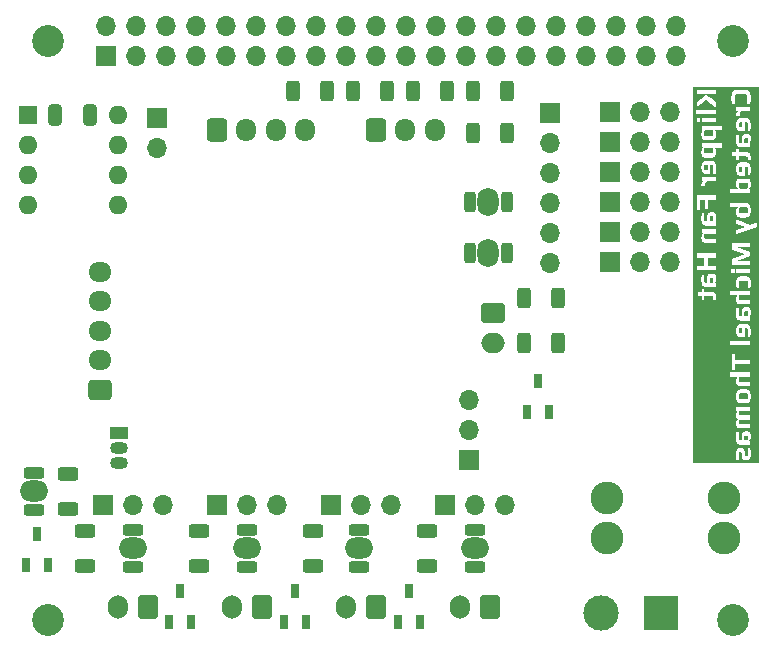
<source format=gbs>
G04 #@! TF.GenerationSoftware,KiCad,Pcbnew,7.0.6-0*
G04 #@! TF.CreationDate,2023-08-09T22:44:51+01:00*
G04 #@! TF.ProjectId,Klipper Fan Hat,4b6c6970-7065-4722-9046-616e20486174,V2*
G04 #@! TF.SameCoordinates,Original*
G04 #@! TF.FileFunction,Soldermask,Bot*
G04 #@! TF.FilePolarity,Negative*
%FSLAX46Y46*%
G04 Gerber Fmt 4.6, Leading zero omitted, Abs format (unit mm)*
G04 Created by KiCad (PCBNEW 7.0.6-0) date 2023-08-09 22:44:51*
%MOMM*%
%LPD*%
G01*
G04 APERTURE LIST*
G04 Aperture macros list*
%AMRoundRect*
0 Rectangle with rounded corners*
0 $1 Rounding radius*
0 $2 $3 $4 $5 $6 $7 $8 $9 X,Y pos of 4 corners*
0 Add a 4 corners polygon primitive as box body*
4,1,4,$2,$3,$4,$5,$6,$7,$8,$9,$2,$3,0*
0 Add four circle primitives for the rounded corners*
1,1,$1+$1,$2,$3*
1,1,$1+$1,$4,$5*
1,1,$1+$1,$6,$7*
1,1,$1+$1,$8,$9*
0 Add four rect primitives between the rounded corners*
20,1,$1+$1,$2,$3,$4,$5,0*
20,1,$1+$1,$4,$5,$6,$7,0*
20,1,$1+$1,$6,$7,$8,$9,0*
20,1,$1+$1,$8,$9,$2,$3,0*%
G04 Aperture macros list end*
%ADD10C,0.200000*%
%ADD11C,2.780000*%
%ADD12RoundRect,0.250000X0.725000X-0.600000X0.725000X0.600000X-0.725000X0.600000X-0.725000X-0.600000X0*%
%ADD13O,1.950000X1.700000*%
%ADD14C,2.700000*%
%ADD15R,1.700000X1.700000*%
%ADD16O,1.700000X1.700000*%
%ADD17R,3.000000X3.000000*%
%ADD18C,3.000000*%
%ADD19RoundRect,0.250000X-0.600000X-0.725000X0.600000X-0.725000X0.600000X0.725000X-0.600000X0.725000X0*%
%ADD20O,1.700000X1.950000*%
%ADD21RoundRect,0.250000X-0.750000X0.600000X-0.750000X-0.600000X0.750000X-0.600000X0.750000X0.600000X0*%
%ADD22O,2.000000X1.700000*%
%ADD23RoundRect,0.250000X0.600000X0.750000X-0.600000X0.750000X-0.600000X-0.750000X0.600000X-0.750000X0*%
%ADD24O,1.700000X2.000000*%
%ADD25R,1.600000X1.600000*%
%ADD26O,1.600000X1.600000*%
%ADD27R,0.650000X1.220000*%
%ADD28RoundRect,0.250000X-0.312500X-0.625000X0.312500X-0.625000X0.312500X0.625000X-0.312500X0.625000X0*%
%ADD29O,2.400000X1.800000*%
%ADD30RoundRect,0.190000X0.685000X-0.285000X0.685000X0.285000X-0.685000X0.285000X-0.685000X-0.285000X0*%
%ADD31RoundRect,0.250000X0.625000X-0.312500X0.625000X0.312500X-0.625000X0.312500X-0.625000X-0.312500X0*%
%ADD32R,1.500000X1.050000*%
%ADD33O,1.500000X1.050000*%
%ADD34RoundRect,0.250000X-0.325000X-0.650000X0.325000X-0.650000X0.325000X0.650000X-0.325000X0.650000X0*%
%ADD35O,1.800000X2.400000*%
%ADD36RoundRect,0.190000X-0.285000X-0.685000X0.285000X-0.685000X0.285000X0.685000X-0.285000X0.685000X0*%
G04 APERTURE END LIST*
D10*
G36*
X162614895Y-80918250D02*
G01*
X162632420Y-80918831D01*
X162652222Y-80920102D01*
X162669686Y-80921978D01*
X162687558Y-80925029D01*
X162704154Y-80929689D01*
X162706151Y-80930452D01*
X162721805Y-80939250D01*
X162734145Y-80951699D01*
X162743172Y-80967800D01*
X162746756Y-80978323D01*
X162750420Y-80996483D01*
X162752844Y-81016248D01*
X162754359Y-81035680D01*
X162755241Y-81053164D01*
X162755829Y-81072372D01*
X162756123Y-81093302D01*
X162756159Y-81104414D01*
X162756095Y-81124072D01*
X162755904Y-81142657D01*
X162755584Y-81160166D01*
X162754960Y-81181841D01*
X162754109Y-81201607D01*
X162753030Y-81219462D01*
X162751362Y-81239094D01*
X162748893Y-81258714D01*
X162745876Y-81276292D01*
X162741179Y-81293275D01*
X162734788Y-81306158D01*
X162722072Y-81318874D01*
X162706212Y-81328423D01*
X162703586Y-81329667D01*
X162687291Y-81336032D01*
X162669205Y-81338883D01*
X162653577Y-81339497D01*
X162428752Y-81339497D01*
X162428752Y-81094583D01*
X162428919Y-81074514D01*
X162429420Y-81055981D01*
X162430515Y-81034975D01*
X162432133Y-81016369D01*
X162434762Y-80997210D01*
X162438780Y-80979226D01*
X162439437Y-80977041D01*
X162446143Y-80961306D01*
X162456943Y-80946862D01*
X162471192Y-80935866D01*
X162482607Y-80930452D01*
X162501708Y-80925029D01*
X162520065Y-80921978D01*
X162538003Y-80920102D01*
X162558342Y-80918831D01*
X162576340Y-80918250D01*
X162595875Y-80918056D01*
X162614895Y-80918250D01*
G37*
G36*
X162609384Y-77357263D02*
G01*
X162627740Y-77358797D01*
X162647700Y-77361987D01*
X162665407Y-77366651D01*
X162683215Y-77373952D01*
X162689908Y-77377695D01*
X162704009Y-77388310D01*
X162716392Y-77401830D01*
X162727057Y-77418253D01*
X162734831Y-77434643D01*
X162740345Y-77449930D01*
X162744901Y-77467282D01*
X162748684Y-77487013D01*
X162751155Y-77504510D01*
X162753132Y-77523531D01*
X162754615Y-77544074D01*
X162755603Y-77566140D01*
X162756020Y-77583688D01*
X162756159Y-77602093D01*
X162756020Y-77620495D01*
X162755603Y-77638032D01*
X162754615Y-77660071D01*
X162753132Y-77680574D01*
X162751155Y-77699541D01*
X162748684Y-77716972D01*
X162744901Y-77736601D01*
X162740345Y-77753829D01*
X162733623Y-77771996D01*
X162725638Y-77788030D01*
X162714728Y-77804039D01*
X162702100Y-77817143D01*
X162689908Y-77826064D01*
X162673415Y-77834225D01*
X162656835Y-77839624D01*
X162638002Y-77843551D01*
X162620585Y-77845699D01*
X162601604Y-77846824D01*
X162589464Y-77847008D01*
X162141095Y-77847008D01*
X162123184Y-77846553D01*
X162100928Y-77844533D01*
X162080529Y-77840897D01*
X162061986Y-77835644D01*
X162045299Y-77828775D01*
X162027052Y-77817916D01*
X162011706Y-77804532D01*
X162003891Y-77795289D01*
X161992563Y-77777049D01*
X161984883Y-77759271D01*
X161978431Y-77738661D01*
X161974399Y-77721345D01*
X161971058Y-77702436D01*
X161968408Y-77681935D01*
X161966450Y-77659841D01*
X161965183Y-77636154D01*
X161964607Y-77610874D01*
X161964568Y-77602093D01*
X161964722Y-77584656D01*
X161965528Y-77559827D01*
X161967026Y-77536590D01*
X161969215Y-77514947D01*
X161972095Y-77494897D01*
X161975666Y-77476439D01*
X161979929Y-77459574D01*
X161986687Y-77439565D01*
X161994675Y-77422388D01*
X162003891Y-77408042D01*
X162017497Y-77393266D01*
X162034003Y-77380994D01*
X162049297Y-77372980D01*
X162066447Y-77366569D01*
X162085454Y-77361760D01*
X162106318Y-77358555D01*
X162129038Y-77356952D01*
X162141095Y-77356751D01*
X162589464Y-77356751D01*
X162609384Y-77357263D01*
G37*
G36*
X162264621Y-72252015D02*
G01*
X162086812Y-72252015D01*
X162068463Y-72250846D01*
X162051616Y-72247340D01*
X162033384Y-72240047D01*
X162017315Y-72229388D01*
X162003410Y-72215363D01*
X161995343Y-72204143D01*
X161986477Y-72187720D01*
X161979114Y-72168104D01*
X161974305Y-72150112D01*
X161970459Y-72130077D01*
X161967574Y-72107998D01*
X161966041Y-72090097D01*
X161965049Y-72071047D01*
X161964598Y-72050848D01*
X161964568Y-72043859D01*
X161964835Y-72020251D01*
X161965635Y-71998153D01*
X161966969Y-71977565D01*
X161968836Y-71958487D01*
X161971236Y-71940920D01*
X161975267Y-71919846D01*
X161980246Y-71901457D01*
X161987803Y-71882245D01*
X161994915Y-71869897D01*
X162005950Y-71856475D01*
X162020816Y-71843372D01*
X162037455Y-71833545D01*
X162055868Y-71826993D01*
X162076054Y-71823717D01*
X162086812Y-71823308D01*
X162264621Y-71823308D01*
X162264621Y-72252015D01*
G37*
G36*
X162614895Y-70405305D02*
G01*
X162632420Y-70405886D01*
X162652222Y-70407157D01*
X162669686Y-70409033D01*
X162687558Y-70412084D01*
X162704154Y-70416744D01*
X162706151Y-70417507D01*
X162721805Y-70426305D01*
X162734145Y-70438755D01*
X162743172Y-70454856D01*
X162746756Y-70465378D01*
X162750420Y-70483538D01*
X162752844Y-70503303D01*
X162754359Y-70522735D01*
X162755241Y-70540220D01*
X162755829Y-70559427D01*
X162756123Y-70580357D01*
X162756159Y-70591469D01*
X162756095Y-70611127D01*
X162755904Y-70629712D01*
X162755584Y-70647221D01*
X162754960Y-70668897D01*
X162754109Y-70688662D01*
X162753030Y-70706517D01*
X162751362Y-70726149D01*
X162748893Y-70745769D01*
X162745876Y-70763347D01*
X162741179Y-70780331D01*
X162734788Y-70793213D01*
X162722072Y-70805929D01*
X162706212Y-70815478D01*
X162703586Y-70816722D01*
X162687291Y-70823087D01*
X162669205Y-70825938D01*
X162653577Y-70826553D01*
X162428752Y-70826553D01*
X162428752Y-70581638D01*
X162428919Y-70561569D01*
X162429420Y-70543036D01*
X162430515Y-70522030D01*
X162432133Y-70503424D01*
X162434762Y-70484265D01*
X162438780Y-70466281D01*
X162439437Y-70464096D01*
X162446143Y-70448362D01*
X162456943Y-70433917D01*
X162471192Y-70422921D01*
X162482607Y-70417507D01*
X162501708Y-70412084D01*
X162520065Y-70409033D01*
X162538003Y-70407157D01*
X162558342Y-70405886D01*
X162576340Y-70405305D01*
X162595875Y-70405112D01*
X162614895Y-70405305D01*
G37*
G36*
X159674895Y-67548397D02*
G01*
X159692420Y-67548978D01*
X159712222Y-67550249D01*
X159729686Y-67552125D01*
X159747558Y-67555175D01*
X159764154Y-67559836D01*
X159766151Y-67560598D01*
X159781805Y-67569396D01*
X159794145Y-67581846D01*
X159803172Y-67597947D01*
X159806756Y-67608470D01*
X159810420Y-67626629D01*
X159812844Y-67646394D01*
X159814359Y-67665827D01*
X159815241Y-67683311D01*
X159815829Y-67702518D01*
X159816123Y-67723449D01*
X159816159Y-67734560D01*
X159816095Y-67754219D01*
X159815904Y-67772803D01*
X159815584Y-67790313D01*
X159814960Y-67811988D01*
X159814109Y-67831753D01*
X159813030Y-67849608D01*
X159811362Y-67869241D01*
X159808893Y-67888861D01*
X159805876Y-67906438D01*
X159801179Y-67923422D01*
X159794788Y-67936305D01*
X159782072Y-67949021D01*
X159766212Y-67958569D01*
X159763586Y-67959813D01*
X159747291Y-67966178D01*
X159729205Y-67969030D01*
X159713577Y-67969644D01*
X159488752Y-67969644D01*
X159488752Y-67724729D01*
X159488919Y-67704660D01*
X159489420Y-67686128D01*
X159490515Y-67665122D01*
X159492133Y-67646516D01*
X159494762Y-67627357D01*
X159498780Y-67609373D01*
X159499437Y-67607188D01*
X159506143Y-67591453D01*
X159516943Y-67577009D01*
X159531192Y-67566013D01*
X159542607Y-67560598D01*
X159561708Y-67555175D01*
X159580065Y-67552125D01*
X159598003Y-67550249D01*
X159618342Y-67548978D01*
X159636340Y-67548397D01*
X159655875Y-67548203D01*
X159674895Y-67548397D01*
G37*
G36*
X159674895Y-62364586D02*
G01*
X159692420Y-62365167D01*
X159712222Y-62366438D01*
X159729686Y-62368315D01*
X159747558Y-62371365D01*
X159764154Y-62376025D01*
X159766151Y-62376788D01*
X159781805Y-62385586D01*
X159794145Y-62398036D01*
X159803172Y-62414137D01*
X159806756Y-62424660D01*
X159810420Y-62442819D01*
X159812844Y-62462584D01*
X159814359Y-62482016D01*
X159815241Y-62499501D01*
X159815829Y-62518708D01*
X159816123Y-62539639D01*
X159816159Y-62550750D01*
X159816095Y-62570409D01*
X159815904Y-62588993D01*
X159815584Y-62606503D01*
X159814960Y-62628178D01*
X159814109Y-62647943D01*
X159813030Y-62665798D01*
X159811362Y-62685431D01*
X159808893Y-62705050D01*
X159805876Y-62722628D01*
X159801179Y-62739612D01*
X159794788Y-62752495D01*
X159782072Y-62765211D01*
X159766212Y-62774759D01*
X159763586Y-62776003D01*
X159747291Y-62782368D01*
X159729205Y-62785219D01*
X159713577Y-62785834D01*
X159488752Y-62785834D01*
X159488752Y-62540919D01*
X159488919Y-62520850D01*
X159489420Y-62502317D01*
X159490515Y-62481311D01*
X159492133Y-62462705D01*
X159494762Y-62443546D01*
X159498780Y-62425563D01*
X159499437Y-62423377D01*
X159506143Y-62407643D01*
X159516943Y-62393198D01*
X159531192Y-62382203D01*
X159542607Y-62376788D01*
X159561708Y-62371365D01*
X159580065Y-62368315D01*
X159598003Y-62366438D01*
X159618342Y-62365167D01*
X159636340Y-62364586D01*
X159655875Y-62364393D01*
X159674895Y-62364586D01*
G37*
G36*
X162597438Y-61604291D02*
G01*
X162618078Y-61605458D01*
X162636924Y-61607522D01*
X162653975Y-61610483D01*
X162672068Y-61615222D01*
X162689908Y-61622383D01*
X162704947Y-61632060D01*
X162717900Y-61645010D01*
X162728766Y-61661232D01*
X162736420Y-61677741D01*
X162741627Y-61693336D01*
X162745813Y-61711059D01*
X162749290Y-61731370D01*
X162751561Y-61749482D01*
X162753378Y-61769250D01*
X162754740Y-61790675D01*
X162755464Y-61807830D01*
X162755932Y-61825917D01*
X162756145Y-61844936D01*
X162756159Y-61851483D01*
X162756032Y-61870747D01*
X162755648Y-61889110D01*
X162755010Y-61906570D01*
X162753761Y-61928449D01*
X162752058Y-61948725D01*
X162749901Y-61967398D01*
X162747289Y-61984469D01*
X162743387Y-62003553D01*
X162741627Y-62010485D01*
X162735250Y-62029479D01*
X162727341Y-62046068D01*
X162716177Y-62062384D01*
X162702926Y-62075427D01*
X162689908Y-62084002D01*
X162672068Y-62091663D01*
X162653975Y-62096732D01*
X162636924Y-62099900D01*
X162618078Y-62102108D01*
X162597438Y-62103356D01*
X162579633Y-62103663D01*
X162141095Y-62103663D01*
X162121607Y-62103396D01*
X162103535Y-62102595D01*
X162082936Y-62100842D01*
X162064549Y-62098254D01*
X162045405Y-62094046D01*
X162027097Y-62087618D01*
X162024835Y-62086566D01*
X162010273Y-62077430D01*
X161998001Y-62064980D01*
X161988020Y-62049216D01*
X161981288Y-62033068D01*
X161976964Y-62017751D01*
X161973393Y-62000105D01*
X161970427Y-61979224D01*
X161968490Y-61960191D01*
X161966941Y-61939087D01*
X161966033Y-61921900D01*
X161965343Y-61903548D01*
X161964871Y-61884033D01*
X161964617Y-61863352D01*
X161964568Y-61848918D01*
X161964718Y-61830502D01*
X161965169Y-61812919D01*
X161966238Y-61790773D01*
X161967841Y-61770110D01*
X161969978Y-61750929D01*
X161972649Y-61733231D01*
X161976740Y-61713194D01*
X161981665Y-61695473D01*
X161988768Y-61676915D01*
X161997253Y-61660671D01*
X162008899Y-61644645D01*
X162022428Y-61631768D01*
X162035521Y-61623238D01*
X162053137Y-61615743D01*
X162070678Y-61610784D01*
X162090473Y-61607178D01*
X162108691Y-61605206D01*
X162128474Y-61604173D01*
X162141095Y-61604004D01*
X162579633Y-61604004D01*
X162597438Y-61604291D01*
G37*
G36*
X162607590Y-59518128D02*
G01*
X162626653Y-59519287D01*
X162644088Y-59521217D01*
X162662861Y-59524553D01*
X162681801Y-59529850D01*
X162691191Y-59533557D01*
X162707647Y-59543575D01*
X162721538Y-59557386D01*
X162731589Y-59572583D01*
X162739677Y-59590683D01*
X162741627Y-59596389D01*
X162746566Y-59615663D01*
X162749901Y-59634479D01*
X162752526Y-59655801D01*
X162754116Y-59674661D01*
X162755251Y-59695124D01*
X162755932Y-59717190D01*
X162756145Y-59734791D01*
X162756159Y-59740858D01*
X162756054Y-59762818D01*
X162755739Y-59783659D01*
X162755213Y-59803380D01*
X162754476Y-59821982D01*
X162753530Y-59839464D01*
X162751940Y-59861033D01*
X162749977Y-59880611D01*
X162747639Y-59898199D01*
X162744191Y-59917385D01*
X162739817Y-59934108D01*
X162733245Y-59951779D01*
X162723755Y-59969091D01*
X162712301Y-59982845D01*
X162698884Y-59993039D01*
X162682724Y-60000700D01*
X162666365Y-60005769D01*
X162647691Y-60009456D01*
X162630363Y-60011472D01*
X162611427Y-60012528D01*
X162599294Y-60012700D01*
X162121433Y-60012700D01*
X162103021Y-60012189D01*
X162085987Y-60010655D01*
X162067364Y-60007465D01*
X162050724Y-60002801D01*
X162033819Y-59995500D01*
X162027400Y-59991757D01*
X162013714Y-59981226D01*
X162001828Y-59967587D01*
X161991741Y-59950839D01*
X161984529Y-59934009D01*
X161979528Y-59918240D01*
X161975218Y-59900527D01*
X161971639Y-59880247D01*
X161969302Y-59862175D01*
X161967432Y-59842460D01*
X161966029Y-59821102D01*
X161965284Y-59804006D01*
X161964802Y-59785985D01*
X161964583Y-59767040D01*
X161964568Y-59760520D01*
X161964688Y-59739922D01*
X161965049Y-59720444D01*
X161965650Y-59702085D01*
X161966492Y-59684845D01*
X161967988Y-59663601D01*
X161969911Y-59644347D01*
X161972262Y-59627083D01*
X161975801Y-59608302D01*
X161978246Y-59598526D01*
X161983921Y-59581395D01*
X161992327Y-59564297D01*
X162002656Y-59550307D01*
X162016814Y-59538125D01*
X162024835Y-59533557D01*
X162041300Y-59527395D01*
X162058701Y-59523318D01*
X162079137Y-59520352D01*
X162098486Y-59518731D01*
X162119943Y-59517881D01*
X162133828Y-59517742D01*
X162586899Y-59517742D01*
X162607590Y-59518128D01*
G37*
G36*
X162264621Y-58579545D02*
G01*
X162086812Y-58579545D01*
X162068463Y-58578376D01*
X162051616Y-58574870D01*
X162033384Y-58567577D01*
X162017315Y-58556918D01*
X162003410Y-58542893D01*
X161995343Y-58531673D01*
X161986477Y-58515250D01*
X161979114Y-58495634D01*
X161974305Y-58477642D01*
X161970459Y-58457607D01*
X161967574Y-58435527D01*
X161966041Y-58417627D01*
X161965049Y-58398577D01*
X161964598Y-58378377D01*
X161964568Y-58371389D01*
X161964835Y-58347780D01*
X161965635Y-58325682D01*
X161966969Y-58305095D01*
X161968836Y-58286017D01*
X161971236Y-58268450D01*
X161975267Y-58247376D01*
X161980246Y-58228986D01*
X161987803Y-58209775D01*
X161994915Y-58197427D01*
X162005950Y-58184005D01*
X162020816Y-58170902D01*
X162037455Y-58161074D01*
X162055868Y-58154523D01*
X162076054Y-58151247D01*
X162086812Y-58150837D01*
X162264621Y-58150837D01*
X162264621Y-58579545D01*
G37*
G36*
X159324621Y-58430801D02*
G01*
X159146812Y-58430801D01*
X159128463Y-58429632D01*
X159111616Y-58426126D01*
X159093384Y-58418833D01*
X159077315Y-58408174D01*
X159063410Y-58394149D01*
X159055343Y-58382929D01*
X159046477Y-58366506D01*
X159039114Y-58346890D01*
X159034305Y-58328898D01*
X159030459Y-58308863D01*
X159027574Y-58286783D01*
X159026041Y-58268883D01*
X159025049Y-58249833D01*
X159024598Y-58229633D01*
X159024568Y-58222645D01*
X159024835Y-58199037D01*
X159025635Y-58176939D01*
X159026969Y-58156351D01*
X159028836Y-58137273D01*
X159031236Y-58119706D01*
X159035267Y-58098632D01*
X159040246Y-58080242D01*
X159047803Y-58061031D01*
X159054915Y-58048683D01*
X159065950Y-58035261D01*
X159080816Y-58022158D01*
X159097455Y-58012330D01*
X159115868Y-58005779D01*
X159136054Y-58002503D01*
X159146812Y-58002093D01*
X159324621Y-58002093D01*
X159324621Y-58430801D01*
G37*
G36*
X159657438Y-56543579D02*
G01*
X159678078Y-56544746D01*
X159696924Y-56546810D01*
X159713975Y-56549771D01*
X159732068Y-56554510D01*
X159749908Y-56561671D01*
X159764947Y-56571287D01*
X159777900Y-56584053D01*
X159788766Y-56599968D01*
X159796420Y-56616117D01*
X159801627Y-56631341D01*
X159805813Y-56648695D01*
X159809290Y-56668699D01*
X159811561Y-56686611D01*
X159813378Y-56706219D01*
X159814740Y-56727524D01*
X159815464Y-56744615D01*
X159815932Y-56762661D01*
X159816145Y-56781661D01*
X159816159Y-56788206D01*
X159816032Y-56807471D01*
X159815648Y-56825833D01*
X159815010Y-56843294D01*
X159813761Y-56865173D01*
X159812058Y-56885449D01*
X159809901Y-56904122D01*
X159807289Y-56921192D01*
X159803387Y-56940276D01*
X159801627Y-56947209D01*
X159795250Y-56966332D01*
X159787341Y-56982992D01*
X159776177Y-56999313D01*
X159762926Y-57012281D01*
X159749908Y-57020726D01*
X159732068Y-57028387D01*
X159713975Y-57033456D01*
X159696924Y-57036624D01*
X159678078Y-57038832D01*
X159657438Y-57040080D01*
X159639633Y-57040387D01*
X159201095Y-57040387D01*
X159181607Y-57040120D01*
X159163535Y-57039319D01*
X159142936Y-57037565D01*
X159124549Y-57034978D01*
X159105405Y-57030770D01*
X159087097Y-57024342D01*
X159084835Y-57023290D01*
X159070273Y-57014154D01*
X159058001Y-57001704D01*
X159048020Y-56985940D01*
X159041288Y-56969791D01*
X159036964Y-56954475D01*
X159033393Y-56936829D01*
X159030427Y-56915948D01*
X159028490Y-56896914D01*
X159026941Y-56875810D01*
X159026033Y-56858623D01*
X159025343Y-56840272D01*
X159024871Y-56820756D01*
X159024617Y-56800076D01*
X159024568Y-56785642D01*
X159024718Y-56767229D01*
X159025169Y-56749658D01*
X159026238Y-56727539D01*
X159027841Y-56706916D01*
X159029978Y-56687788D01*
X159032649Y-56670157D01*
X159036740Y-56650222D01*
X159041665Y-56632624D01*
X159048768Y-56614111D01*
X159057253Y-56598002D01*
X159068899Y-56582248D01*
X159082428Y-56569766D01*
X159095521Y-56561671D01*
X159113137Y-56554510D01*
X159130678Y-56549771D01*
X159150473Y-56546325D01*
X159168691Y-56544441D01*
X159188474Y-56543453D01*
X159201095Y-56543292D01*
X159639633Y-56543292D01*
X159657438Y-56543579D01*
G37*
G36*
X162614895Y-55736080D02*
G01*
X162632420Y-55736661D01*
X162652222Y-55737932D01*
X162669686Y-55739808D01*
X162687558Y-55742858D01*
X162704154Y-55747519D01*
X162706151Y-55748281D01*
X162721805Y-55757080D01*
X162734145Y-55769529D01*
X162743172Y-55785630D01*
X162746756Y-55796153D01*
X162750420Y-55814312D01*
X162752844Y-55834077D01*
X162754359Y-55853510D01*
X162755241Y-55870994D01*
X162755829Y-55890202D01*
X162756123Y-55911132D01*
X162756159Y-55922243D01*
X162756095Y-55941902D01*
X162755904Y-55960486D01*
X162755584Y-55977996D01*
X162754960Y-55999671D01*
X162754109Y-56019436D01*
X162753030Y-56037291D01*
X162751362Y-56056924D01*
X162748893Y-56076544D01*
X162745876Y-56094121D01*
X162741179Y-56111105D01*
X162734788Y-56123988D01*
X162722072Y-56136704D01*
X162706212Y-56146252D01*
X162703586Y-56147496D01*
X162687291Y-56153861D01*
X162669205Y-56156713D01*
X162653577Y-56157327D01*
X162428752Y-56157327D01*
X162428752Y-55912413D01*
X162428919Y-55892344D01*
X162429420Y-55873811D01*
X162430515Y-55852805D01*
X162432133Y-55834199D01*
X162434762Y-55815040D01*
X162438780Y-55797056D01*
X162439437Y-55794871D01*
X162446143Y-55779136D01*
X162456943Y-55764692D01*
X162471192Y-55753696D01*
X162482607Y-55748281D01*
X162501708Y-55742858D01*
X162520065Y-55739808D01*
X162538003Y-55737932D01*
X162558342Y-55736661D01*
X162576340Y-55736080D01*
X162595875Y-55735886D01*
X162614895Y-55736080D01*
G37*
G36*
X159657438Y-55052721D02*
G01*
X159678078Y-55053887D01*
X159696924Y-55055951D01*
X159713975Y-55058913D01*
X159732068Y-55063651D01*
X159749908Y-55070813D01*
X159764947Y-55080429D01*
X159777900Y-55093194D01*
X159788766Y-55109110D01*
X159796420Y-55125258D01*
X159801627Y-55140483D01*
X159805813Y-55157837D01*
X159809290Y-55177841D01*
X159811561Y-55195753D01*
X159813378Y-55215361D01*
X159814740Y-55236665D01*
X159815464Y-55253757D01*
X159815932Y-55271803D01*
X159816145Y-55290803D01*
X159816159Y-55297348D01*
X159816032Y-55316612D01*
X159815648Y-55334975D01*
X159815010Y-55352436D01*
X159813761Y-55374315D01*
X159812058Y-55394591D01*
X159809901Y-55413264D01*
X159807289Y-55430334D01*
X159803387Y-55449418D01*
X159801627Y-55456350D01*
X159795250Y-55475474D01*
X159787341Y-55492134D01*
X159776177Y-55508455D01*
X159762926Y-55521422D01*
X159749908Y-55529867D01*
X159732068Y-55537528D01*
X159713975Y-55542597D01*
X159696924Y-55545765D01*
X159678078Y-55547974D01*
X159657438Y-55549222D01*
X159639633Y-55549529D01*
X159201095Y-55549529D01*
X159181607Y-55549262D01*
X159163535Y-55548460D01*
X159142936Y-55546707D01*
X159124549Y-55544119D01*
X159105405Y-55539912D01*
X159087097Y-55533484D01*
X159084835Y-55532432D01*
X159070273Y-55523295D01*
X159058001Y-55510845D01*
X159048020Y-55495082D01*
X159041288Y-55478933D01*
X159036964Y-55463616D01*
X159033393Y-55445970D01*
X159030427Y-55425090D01*
X159028490Y-55406056D01*
X159026941Y-55384952D01*
X159026033Y-55367765D01*
X159025343Y-55349414D01*
X159024871Y-55329898D01*
X159024617Y-55309217D01*
X159024568Y-55294784D01*
X159024718Y-55276371D01*
X159025169Y-55258800D01*
X159026238Y-55236680D01*
X159027841Y-55216057D01*
X159029978Y-55196930D01*
X159032649Y-55179299D01*
X159036740Y-55159363D01*
X159041665Y-55141765D01*
X159048768Y-55123253D01*
X159057253Y-55107144D01*
X159068899Y-55091389D01*
X159082428Y-55078907D01*
X159095521Y-55070813D01*
X159113137Y-55063651D01*
X159130678Y-55058913D01*
X159150473Y-55055467D01*
X159168691Y-55053582D01*
X159188474Y-55052595D01*
X159201095Y-55052434D01*
X159639633Y-55052434D01*
X159657438Y-55052721D01*
G37*
G36*
X162264621Y-54831882D02*
G01*
X162086812Y-54831882D01*
X162068463Y-54830714D01*
X162051616Y-54827207D01*
X162033384Y-54819914D01*
X162017315Y-54809255D01*
X162003410Y-54795231D01*
X161995343Y-54784011D01*
X161986477Y-54767588D01*
X161979114Y-54747972D01*
X161974305Y-54729980D01*
X161970459Y-54709944D01*
X161967574Y-54687865D01*
X161966041Y-54669965D01*
X161965049Y-54650915D01*
X161964598Y-54630715D01*
X161964568Y-54623726D01*
X161964835Y-54600118D01*
X161965635Y-54578020D01*
X161966969Y-54557432D01*
X161968836Y-54538355D01*
X161971236Y-54520787D01*
X161975267Y-54499713D01*
X161980246Y-54481324D01*
X161987803Y-54462113D01*
X161994915Y-54449764D01*
X162005950Y-54436343D01*
X162020816Y-54423239D01*
X162037455Y-54413412D01*
X162055868Y-54406860D01*
X162076054Y-54403584D01*
X162086812Y-54403175D01*
X162264621Y-54403175D01*
X162264621Y-54831882D01*
G37*
G36*
X163718249Y-83282100D02*
G01*
X158062478Y-83282100D01*
X158062478Y-82552102D01*
X161744872Y-82552102D01*
X161745067Y-82575779D01*
X161745414Y-82593384D01*
X161745935Y-82612444D01*
X161746630Y-82632961D01*
X161747498Y-82654933D01*
X161748540Y-82678361D01*
X161749755Y-82703245D01*
X161751145Y-82729585D01*
X161752707Y-82757381D01*
X161754444Y-82786633D01*
X161756354Y-82817341D01*
X161758437Y-82849505D01*
X161760695Y-82883124D01*
X161761889Y-82900480D01*
X161763126Y-82918200D01*
X161764406Y-82936284D01*
X161765730Y-82954731D01*
X161767098Y-82973543D01*
X161994061Y-82973543D01*
X161992246Y-82949960D01*
X161990489Y-82927029D01*
X161988790Y-82904750D01*
X161987148Y-82883123D01*
X161985564Y-82862148D01*
X161984038Y-82841824D01*
X161982569Y-82822153D01*
X161981158Y-82803134D01*
X161979804Y-82784767D01*
X161978508Y-82767052D01*
X161977269Y-82749989D01*
X161974965Y-82717818D01*
X161972892Y-82688256D01*
X161971048Y-82661301D01*
X161969436Y-82636955D01*
X161968053Y-82615216D01*
X161966901Y-82596086D01*
X161965605Y-82572280D01*
X161964827Y-82554341D01*
X161964568Y-82542271D01*
X161964645Y-82524603D01*
X161965048Y-82499566D01*
X161965797Y-82476288D01*
X161966891Y-82454767D01*
X161968332Y-82435004D01*
X161970117Y-82417000D01*
X161973036Y-82395729D01*
X161976569Y-82377583D01*
X161981849Y-82359297D01*
X161984230Y-82353349D01*
X161995900Y-82338194D01*
X162011087Y-82326761D01*
X162026905Y-82319923D01*
X162045308Y-82315821D01*
X162062618Y-82314492D01*
X162066295Y-82314454D01*
X162130409Y-82314454D01*
X162147971Y-82316956D01*
X162164114Y-82324462D01*
X162178836Y-82336971D01*
X162186402Y-82346083D01*
X162195562Y-82361499D01*
X162202472Y-82379696D01*
X162206604Y-82397508D01*
X162209084Y-82417363D01*
X162209887Y-82435470D01*
X162209910Y-82439262D01*
X162209910Y-82596127D01*
X162210186Y-82622949D01*
X162211012Y-82648921D01*
X162212390Y-82674040D01*
X162214318Y-82698308D01*
X162216797Y-82721725D01*
X162219828Y-82744290D01*
X162223409Y-82766003D01*
X162227541Y-82786865D01*
X162232225Y-82806876D01*
X162237459Y-82826035D01*
X162243244Y-82844342D01*
X162249581Y-82861798D01*
X162256468Y-82878403D01*
X162263906Y-82894156D01*
X162280435Y-82923107D01*
X162299168Y-82948652D01*
X162320106Y-82970792D01*
X162343247Y-82989525D01*
X162368592Y-83004852D01*
X162396141Y-83016773D01*
X162425893Y-83025288D01*
X162457850Y-83030397D01*
X162492011Y-83032100D01*
X162640327Y-83032100D01*
X162661251Y-83031599D01*
X162681493Y-83030097D01*
X162701055Y-83027592D01*
X162719935Y-83024086D01*
X162738134Y-83019578D01*
X162755652Y-83014068D01*
X162772488Y-83007557D01*
X162788644Y-83000043D01*
X162804038Y-82991829D01*
X162822097Y-82980697D01*
X162838841Y-82968604D01*
X162854270Y-82955552D01*
X162868385Y-82941540D01*
X162881185Y-82926567D01*
X162888234Y-82917123D01*
X162898564Y-82901074D01*
X162908186Y-82883647D01*
X162917097Y-82864843D01*
X162923716Y-82848808D01*
X162929880Y-82831891D01*
X162935590Y-82814093D01*
X162940846Y-82795413D01*
X162942089Y-82790605D01*
X162946711Y-82771271D01*
X162950958Y-82751736D01*
X162954832Y-82732001D01*
X162958331Y-82712066D01*
X162961457Y-82691930D01*
X162964208Y-82671594D01*
X162966586Y-82651058D01*
X162968589Y-82630321D01*
X162970292Y-82610920D01*
X162971768Y-82590757D01*
X162973017Y-82569834D01*
X162974039Y-82548148D01*
X162974834Y-82525702D01*
X162975281Y-82508367D01*
X162975600Y-82490605D01*
X162975792Y-82472414D01*
X162975856Y-82453794D01*
X162975715Y-82429578D01*
X162975295Y-82404694D01*
X162974593Y-82379142D01*
X162973612Y-82352922D01*
X162972349Y-82326034D01*
X162970807Y-82298479D01*
X162968984Y-82270255D01*
X162966880Y-82241364D01*
X162964496Y-82211805D01*
X162961831Y-82181578D01*
X162958886Y-82150683D01*
X162955660Y-82119121D01*
X162952154Y-82086890D01*
X162948367Y-82053992D01*
X162944300Y-82020425D01*
X162942161Y-82003392D01*
X162939952Y-81986191D01*
X162703159Y-81986191D01*
X162706419Y-82007253D01*
X162709577Y-82027909D01*
X162712630Y-82048159D01*
X162715581Y-82068003D01*
X162718427Y-82087442D01*
X162721171Y-82106475D01*
X162723810Y-82125102D01*
X162726346Y-82143324D01*
X162728779Y-82161139D01*
X162731108Y-82178549D01*
X162733334Y-82195554D01*
X162737474Y-82228345D01*
X162741201Y-82259514D01*
X162744514Y-82289060D01*
X162747412Y-82316982D01*
X162749896Y-82343282D01*
X162751967Y-82367960D01*
X162753623Y-82391014D01*
X162754865Y-82412445D01*
X162755693Y-82432254D01*
X162756107Y-82450439D01*
X162756159Y-82458923D01*
X162755960Y-82479486D01*
X162755363Y-82499020D01*
X162754367Y-82517524D01*
X162752974Y-82534998D01*
X162750496Y-82556697D01*
X162747310Y-82576565D01*
X162743417Y-82594604D01*
X162737554Y-82614579D01*
X162733506Y-82625192D01*
X162725364Y-82640830D01*
X162713143Y-82656097D01*
X162698246Y-82667547D01*
X162680675Y-82675181D01*
X162660429Y-82678998D01*
X162649303Y-82679475D01*
X162573221Y-82679475D01*
X162554227Y-82678629D01*
X162537049Y-82676094D01*
X162518832Y-82670819D01*
X162503229Y-82663111D01*
X162488330Y-82651041D01*
X162483035Y-82644853D01*
X162473883Y-82629701D01*
X162467704Y-82613516D01*
X162462839Y-82594097D01*
X162459894Y-82576232D01*
X162457790Y-82556296D01*
X162456528Y-82534290D01*
X162456133Y-82516428D01*
X162456107Y-82510214D01*
X162456107Y-82355914D01*
X162455820Y-82332686D01*
X162454958Y-82310126D01*
X162453522Y-82288234D01*
X162451512Y-82267010D01*
X162448928Y-82246453D01*
X162445769Y-82226565D01*
X162442035Y-82207344D01*
X162437728Y-82188791D01*
X162432846Y-82170906D01*
X162427389Y-82153689D01*
X162421359Y-82137139D01*
X162414754Y-82121258D01*
X162403769Y-82098688D01*
X162391492Y-82077620D01*
X162382590Y-82064410D01*
X162368201Y-82046001D01*
X162352602Y-82029403D01*
X162335793Y-82014616D01*
X162317775Y-82001639D01*
X162298547Y-81990473D01*
X162278109Y-81981117D01*
X162256462Y-81973573D01*
X162233606Y-81967839D01*
X162209539Y-81963916D01*
X162184263Y-81961803D01*
X162166740Y-81961401D01*
X162024408Y-81961401D01*
X162005785Y-81961975D01*
X161987849Y-81963698D01*
X161970602Y-81966570D01*
X161946021Y-81973031D01*
X161922988Y-81982077D01*
X161901502Y-81993708D01*
X161881564Y-82007923D01*
X161863174Y-82024723D01*
X161846332Y-82044107D01*
X161835963Y-82058466D01*
X161826283Y-82073974D01*
X161817290Y-82090630D01*
X161808985Y-82108435D01*
X161801222Y-82127399D01*
X161793959Y-82147531D01*
X161787197Y-82168832D01*
X161780936Y-82191302D01*
X161775176Y-82214941D01*
X161769916Y-82239748D01*
X161765158Y-82265724D01*
X161760900Y-82292869D01*
X161757144Y-82321182D01*
X161753888Y-82350665D01*
X161751133Y-82381316D01*
X161748879Y-82413136D01*
X161747126Y-82446124D01*
X161745874Y-82480281D01*
X161745435Y-82497798D01*
X161745122Y-82515607D01*
X161744934Y-82533709D01*
X161744872Y-82552102D01*
X158062478Y-82552102D01*
X158062478Y-81114244D01*
X161744872Y-81114244D01*
X161745005Y-81142314D01*
X161745406Y-81169569D01*
X161746074Y-81196010D01*
X161747009Y-81221635D01*
X161748211Y-81246446D01*
X161749680Y-81270442D01*
X161751417Y-81293623D01*
X161753420Y-81315989D01*
X161755691Y-81337541D01*
X161758229Y-81358277D01*
X161761034Y-81378199D01*
X161764106Y-81397307D01*
X161767445Y-81415599D01*
X161771052Y-81433077D01*
X161774925Y-81449740D01*
X161779066Y-81465588D01*
X161785905Y-81488213D01*
X161793602Y-81509606D01*
X161802154Y-81529767D01*
X161811563Y-81548695D01*
X161821829Y-81566392D01*
X161832951Y-81582856D01*
X161844930Y-81598088D01*
X161857765Y-81612088D01*
X161871457Y-81624855D01*
X161886005Y-81636391D01*
X161896180Y-81643397D01*
X161912316Y-81653021D01*
X161929790Y-81661699D01*
X161948601Y-81669430D01*
X161968749Y-81676215D01*
X161990235Y-81682053D01*
X162013058Y-81686944D01*
X162037218Y-81690888D01*
X162062716Y-81693886D01*
X162080457Y-81695359D01*
X162098793Y-81696411D01*
X162117723Y-81697042D01*
X162137248Y-81697252D01*
X162948501Y-81697252D01*
X162948501Y-81346764D01*
X162844636Y-81346764D01*
X162861620Y-81335938D01*
X162877308Y-81324190D01*
X162891700Y-81311521D01*
X162904796Y-81297930D01*
X162916597Y-81283418D01*
X162927103Y-81267984D01*
X162936312Y-81251628D01*
X162944226Y-81234351D01*
X162951639Y-81214522D01*
X162956551Y-81197048D01*
X162960906Y-81177341D01*
X162964705Y-81155404D01*
X162967948Y-81131235D01*
X162969802Y-81113882D01*
X162971408Y-81095538D01*
X162972767Y-81076202D01*
X162973879Y-81055874D01*
X162974744Y-81034555D01*
X162975361Y-81012243D01*
X162975732Y-80988940D01*
X162975856Y-80964646D01*
X162975739Y-80944139D01*
X162975388Y-80924294D01*
X162974804Y-80905110D01*
X162973986Y-80886587D01*
X162972934Y-80868726D01*
X162971648Y-80851525D01*
X162969282Y-80826964D01*
X162966389Y-80803890D01*
X162962970Y-80782305D01*
X162959026Y-80762207D01*
X162954555Y-80743596D01*
X162949559Y-80726473D01*
X162945936Y-80715884D01*
X162937708Y-80696136D01*
X162927984Y-80677924D01*
X162916764Y-80661247D01*
X162904048Y-80646107D01*
X162889836Y-80632503D01*
X162874129Y-80620435D01*
X162856925Y-80609903D01*
X162838225Y-80600907D01*
X162817455Y-80593193D01*
X162800282Y-80588083D01*
X162781741Y-80583551D01*
X162761833Y-80579598D01*
X162740558Y-80576223D01*
X162717916Y-80573427D01*
X162693905Y-80571209D01*
X162668528Y-80569570D01*
X162650850Y-80568799D01*
X162632564Y-80568285D01*
X162613671Y-80568027D01*
X162603996Y-80567995D01*
X162586866Y-80568134D01*
X162562047Y-80568861D01*
X162538279Y-80570213D01*
X162515564Y-80572187D01*
X162493901Y-80574786D01*
X162473289Y-80578008D01*
X162453729Y-80581853D01*
X162435222Y-80586322D01*
X162417766Y-80591415D01*
X162401361Y-80597132D01*
X162386009Y-80603472D01*
X162366935Y-80613029D01*
X162349251Y-80623961D01*
X162332955Y-80636270D01*
X162318049Y-80649954D01*
X162304531Y-80665014D01*
X162292403Y-80681450D01*
X162281664Y-80699262D01*
X162272314Y-80718449D01*
X162264100Y-80739266D01*
X162258657Y-80756114D01*
X162253831Y-80774023D01*
X162249621Y-80792990D01*
X162246028Y-80813017D01*
X162243050Y-80834103D01*
X162240688Y-80856248D01*
X162238942Y-80879453D01*
X162237813Y-80903718D01*
X162237300Y-80929041D01*
X162237265Y-80937718D01*
X162237265Y-81339497D01*
X162152208Y-81339497D01*
X162132974Y-81339170D01*
X162115022Y-81338188D01*
X162094385Y-81336041D01*
X162075752Y-81332871D01*
X162059123Y-81328678D01*
X162041812Y-81322296D01*
X162034238Y-81318554D01*
X162018347Y-81307921D01*
X162004704Y-81293975D01*
X161994802Y-81279384D01*
X161986552Y-81262359D01*
X161979955Y-81242899D01*
X161975523Y-81224323D01*
X161971841Y-81203054D01*
X161969437Y-81184100D01*
X161967513Y-81163423D01*
X161966071Y-81141024D01*
X161965304Y-81123093D01*
X161964809Y-81104193D01*
X161964583Y-81084324D01*
X161964568Y-81077486D01*
X161964695Y-81058026D01*
X161965076Y-81037689D01*
X161965710Y-81016473D01*
X161966598Y-80994378D01*
X161967740Y-80971406D01*
X161969136Y-80947555D01*
X161970786Y-80922827D01*
X161972689Y-80897219D01*
X161974846Y-80870734D01*
X161977257Y-80843371D01*
X161979922Y-80815129D01*
X161982841Y-80786009D01*
X161986013Y-80756011D01*
X161989439Y-80725134D01*
X161993119Y-80693379D01*
X161997052Y-80660747D01*
X161769662Y-80660747D01*
X161766660Y-80685208D01*
X161763852Y-80710188D01*
X161761237Y-80735684D01*
X161758816Y-80761699D01*
X161756589Y-80788231D01*
X161754556Y-80815281D01*
X161752716Y-80842848D01*
X161751069Y-80870933D01*
X161749617Y-80899535D01*
X161748358Y-80928655D01*
X161747293Y-80958293D01*
X161746421Y-80988448D01*
X161745743Y-81019121D01*
X161745259Y-81050311D01*
X161744969Y-81082019D01*
X161744872Y-81114244D01*
X158062478Y-81114244D01*
X158062478Y-79928995D01*
X161744872Y-79928995D01*
X161745010Y-79948005D01*
X161745426Y-79966461D01*
X161746119Y-79984363D01*
X161747089Y-80001711D01*
X161749064Y-80026692D01*
X161751662Y-80050427D01*
X161754884Y-80072914D01*
X161758730Y-80094155D01*
X161763199Y-80114148D01*
X161768292Y-80132893D01*
X161774008Y-80150392D01*
X161780348Y-80166643D01*
X161789705Y-80186692D01*
X161800250Y-80205165D01*
X161811984Y-80222062D01*
X161824907Y-80237382D01*
X161839019Y-80251126D01*
X161854319Y-80263295D01*
X161870809Y-80273887D01*
X161888487Y-80282903D01*
X161907520Y-80290617D01*
X161928077Y-80297302D01*
X161950156Y-80302958D01*
X161967715Y-80306526D01*
X161986130Y-80309515D01*
X162005401Y-80311926D01*
X162025530Y-80313758D01*
X162046514Y-80315011D01*
X162068356Y-80315686D01*
X162083392Y-80315815D01*
X162948501Y-80315815D01*
X162948501Y-79958487D01*
X162132546Y-79958487D01*
X162113800Y-79958334D01*
X162096456Y-79957873D01*
X162076748Y-79956865D01*
X162059231Y-79955377D01*
X162041104Y-79952957D01*
X162023944Y-79949261D01*
X162021843Y-79948657D01*
X162004987Y-79941267D01*
X161991444Y-79930159D01*
X161981215Y-79915331D01*
X161976964Y-79905487D01*
X161972134Y-79888797D01*
X161968938Y-79870845D01*
X161966941Y-79853314D01*
X161965549Y-79833445D01*
X161964871Y-79815868D01*
X161964580Y-79796794D01*
X161964568Y-79791792D01*
X161964677Y-79773462D01*
X161965004Y-79756138D01*
X161965779Y-79734607D01*
X161966941Y-79714865D01*
X161968490Y-79696913D01*
X161970972Y-79676990D01*
X161974058Y-79659864D01*
X161976964Y-79648177D01*
X161983202Y-79630868D01*
X161992785Y-79614492D01*
X162004987Y-79601749D01*
X162019807Y-79592640D01*
X162021843Y-79591757D01*
X162038390Y-79586594D01*
X162055991Y-79583178D01*
X162073069Y-79581043D01*
X162092339Y-79579555D01*
X162113800Y-79578714D01*
X162132546Y-79578506D01*
X162948501Y-79578506D01*
X162948501Y-79220752D01*
X162132546Y-79220752D01*
X162113800Y-79220598D01*
X162096456Y-79220137D01*
X162076748Y-79219129D01*
X162059231Y-79217641D01*
X162041104Y-79215222D01*
X162023944Y-79211526D01*
X162021843Y-79210921D01*
X162004987Y-79203565D01*
X161991444Y-79192558D01*
X161981215Y-79177900D01*
X161976964Y-79168178D01*
X161972134Y-79151468D01*
X161968938Y-79133466D01*
X161966941Y-79115871D01*
X161965549Y-79095917D01*
X161964871Y-79078255D01*
X161964580Y-79059085D01*
X161964568Y-79054056D01*
X161964677Y-79035730D01*
X161965004Y-79018418D01*
X161965779Y-78996913D01*
X161966941Y-78977211D01*
X161968490Y-78959313D01*
X161970972Y-78939476D01*
X161974058Y-78922456D01*
X161976964Y-78910869D01*
X161983202Y-78893560D01*
X161992785Y-78877184D01*
X162004987Y-78864441D01*
X162019807Y-78855332D01*
X162021843Y-78854449D01*
X162038390Y-78849286D01*
X162055991Y-78845870D01*
X162073069Y-78843735D01*
X162092339Y-78842246D01*
X162113800Y-78841405D01*
X162132546Y-78841198D01*
X162948501Y-78841198D01*
X162948501Y-78483444D01*
X161772227Y-78483444D01*
X161772227Y-78841198D01*
X161914132Y-78841198D01*
X161893636Y-78846573D01*
X161874462Y-78854148D01*
X161856610Y-78863924D01*
X161840081Y-78875900D01*
X161824874Y-78890077D01*
X161810989Y-78906454D01*
X161798427Y-78925032D01*
X161787187Y-78945811D01*
X161777269Y-78968790D01*
X161768674Y-78993969D01*
X161761401Y-79021350D01*
X161755451Y-79050930D01*
X161750822Y-79082712D01*
X161747516Y-79116694D01*
X161746359Y-79134510D01*
X161745533Y-79152876D01*
X161745037Y-79171793D01*
X161744872Y-79191259D01*
X161745040Y-79211779D01*
X161745546Y-79231664D01*
X161746389Y-79250915D01*
X161747570Y-79269532D01*
X161749088Y-79287514D01*
X161750943Y-79304861D01*
X161754357Y-79329693D01*
X161758531Y-79353097D01*
X161763463Y-79375073D01*
X161769155Y-79395622D01*
X161775605Y-79414743D01*
X161782814Y-79432437D01*
X161788042Y-79443440D01*
X161796477Y-79459053D01*
X161805753Y-79473674D01*
X161819431Y-79491626D01*
X161834604Y-79507814D01*
X161851274Y-79522240D01*
X161869439Y-79534902D01*
X161889101Y-79545802D01*
X161904829Y-79552819D01*
X161921398Y-79558845D01*
X161904382Y-79564856D01*
X161888275Y-79571828D01*
X161873076Y-79579762D01*
X161854226Y-79591837D01*
X161836992Y-79605621D01*
X161821375Y-79621115D01*
X161807373Y-79638319D01*
X161794988Y-79657233D01*
X161786759Y-79672540D01*
X161779274Y-79689174D01*
X161772524Y-79707342D01*
X161766511Y-79727042D01*
X161761234Y-79748274D01*
X161756694Y-79771040D01*
X161752889Y-79795338D01*
X161750762Y-79812388D01*
X161748962Y-79830120D01*
X161747490Y-79848532D01*
X161746344Y-79867626D01*
X161745526Y-79887401D01*
X161745035Y-79907857D01*
X161744872Y-79928995D01*
X158062478Y-79928995D01*
X158062478Y-77602093D01*
X161744872Y-77602093D01*
X161744928Y-77622776D01*
X161745097Y-77642670D01*
X161745379Y-77661775D01*
X161745773Y-77680092D01*
X161746280Y-77697619D01*
X161747132Y-77719762D01*
X161748184Y-77740502D01*
X161749436Y-77759839D01*
X161750889Y-77777775D01*
X161751283Y-77782039D01*
X161753066Y-77799130D01*
X161755424Y-77816634D01*
X161758356Y-77834552D01*
X161761862Y-77852885D01*
X161765942Y-77871632D01*
X161770597Y-77890792D01*
X161775827Y-77910367D01*
X161781630Y-77930356D01*
X161788669Y-77951854D01*
X161796323Y-77972324D01*
X161804591Y-77991765D01*
X161813473Y-78010177D01*
X161822970Y-78027562D01*
X161833082Y-78043917D01*
X161843807Y-78059244D01*
X161855147Y-78073543D01*
X161867302Y-78087080D01*
X161880686Y-78100124D01*
X161895299Y-78112673D01*
X161911140Y-78124727D01*
X161928210Y-78136288D01*
X161946509Y-78147354D01*
X161966037Y-78157926D01*
X161981490Y-78165531D01*
X161986794Y-78168004D01*
X162003528Y-78174573D01*
X162020870Y-78180496D01*
X162038820Y-78185773D01*
X162057380Y-78190404D01*
X162076547Y-78194388D01*
X162096324Y-78197727D01*
X162116709Y-78200419D01*
X162137702Y-78202465D01*
X162159304Y-78203865D01*
X162181515Y-78204619D01*
X162196660Y-78204763D01*
X162545866Y-78204763D01*
X162566230Y-78204451D01*
X162586128Y-78203515D01*
X162605560Y-78201956D01*
X162624526Y-78199774D01*
X162643026Y-78196968D01*
X162661061Y-78193538D01*
X162678629Y-78189484D01*
X162695732Y-78184807D01*
X162712369Y-78179507D01*
X162728540Y-78173582D01*
X162739062Y-78169286D01*
X162759225Y-78160090D01*
X162778252Y-78150239D01*
X162796144Y-78139734D01*
X162812900Y-78128574D01*
X162828521Y-78116760D01*
X162843007Y-78104291D01*
X162856357Y-78091168D01*
X162868572Y-78077390D01*
X162881142Y-78061163D01*
X162890642Y-78046935D01*
X162899648Y-78031597D01*
X162908160Y-78015152D01*
X162916178Y-77997597D01*
X162923701Y-77978934D01*
X162930730Y-77959162D01*
X162935678Y-77943606D01*
X162941802Y-77922602D01*
X162947352Y-77901692D01*
X162952327Y-77880875D01*
X162956728Y-77860151D01*
X162960555Y-77839521D01*
X162963808Y-77818985D01*
X162966486Y-77798542D01*
X162968589Y-77778192D01*
X162970292Y-77759359D01*
X162971768Y-77739617D01*
X162973017Y-77718967D01*
X162974039Y-77697409D01*
X162974834Y-77674943D01*
X162975281Y-77657497D01*
X162975600Y-77639540D01*
X162975792Y-77621072D01*
X162975856Y-77602093D01*
X162975792Y-77581759D01*
X162975600Y-77562107D01*
X162975281Y-77543140D01*
X162974834Y-77524856D01*
X162974259Y-77507256D01*
X162973294Y-77484853D01*
X162972102Y-77463666D01*
X162970683Y-77443694D01*
X162969037Y-77424937D01*
X162968589Y-77420438D01*
X162966539Y-77402546D01*
X162964021Y-77384347D01*
X162961036Y-77365841D01*
X162957583Y-77347028D01*
X162953663Y-77327907D01*
X162949275Y-77308479D01*
X162944420Y-77288744D01*
X162939097Y-77268702D01*
X162932679Y-77247224D01*
X162925607Y-77226814D01*
X162917880Y-77207473D01*
X162909498Y-77189201D01*
X162900462Y-77171997D01*
X162890771Y-77155862D01*
X162880426Y-77140795D01*
X162869427Y-77126797D01*
X162857406Y-77113600D01*
X162844209Y-77100938D01*
X162829837Y-77088809D01*
X162814289Y-77077215D01*
X162797566Y-77066156D01*
X162779668Y-77055631D01*
X162760594Y-77045639D01*
X162740345Y-77036183D01*
X162719608Y-77027567D01*
X162703345Y-77021860D01*
X162686474Y-77016798D01*
X162668994Y-77012383D01*
X162650906Y-77008614D01*
X162632209Y-77005491D01*
X162612903Y-77003014D01*
X162592989Y-77001183D01*
X162572467Y-76999998D01*
X162551335Y-76999460D01*
X162544156Y-76999424D01*
X162193668Y-76999424D01*
X162171884Y-76999747D01*
X162150612Y-77000716D01*
X162129850Y-77002332D01*
X162109599Y-77004593D01*
X162089859Y-77007501D01*
X162070630Y-77011055D01*
X162051911Y-77015255D01*
X162033704Y-77020101D01*
X162016008Y-77025593D01*
X161998822Y-77031731D01*
X161987649Y-77036183D01*
X161971409Y-77043266D01*
X161955868Y-77050733D01*
X161936233Y-77061286D01*
X161917840Y-77072519D01*
X161900690Y-77084433D01*
X161884782Y-77097029D01*
X161870116Y-77110306D01*
X161856692Y-77124264D01*
X161850446Y-77131498D01*
X161837690Y-77148341D01*
X161827966Y-77162987D01*
X161818669Y-77178675D01*
X161809800Y-77195404D01*
X161801359Y-77213176D01*
X161793344Y-77231989D01*
X161785758Y-77251844D01*
X161780348Y-77267420D01*
X161773623Y-77288517D01*
X161767552Y-77309494D01*
X161762136Y-77330351D01*
X161757374Y-77351088D01*
X161753267Y-77371705D01*
X161749814Y-77392201D01*
X161747016Y-77412577D01*
X161744872Y-77432833D01*
X161744872Y-77450154D01*
X161744872Y-77472781D01*
X161744872Y-77494873D01*
X161744872Y-77516431D01*
X161744872Y-77537455D01*
X161744872Y-77557945D01*
X161744872Y-77577900D01*
X161744872Y-77597322D01*
X161744872Y-77602093D01*
X158062478Y-77602093D01*
X158062478Y-75576954D01*
X161252478Y-75576954D01*
X161252478Y-75934709D01*
X161913277Y-75934709D01*
X161892884Y-75940180D01*
X161873807Y-75948045D01*
X161856046Y-75958305D01*
X161839600Y-75970959D01*
X161824470Y-75986008D01*
X161810655Y-76003450D01*
X161798156Y-76023287D01*
X161786973Y-76045518D01*
X161777106Y-76070144D01*
X161768554Y-76097163D01*
X161761318Y-76126577D01*
X161755397Y-76158385D01*
X161750792Y-76192588D01*
X161748983Y-76210587D01*
X161747503Y-76229184D01*
X161746352Y-76248380D01*
X161745530Y-76268175D01*
X161745036Y-76288568D01*
X161744872Y-76309560D01*
X161745191Y-76337506D01*
X161746147Y-76364391D01*
X161747742Y-76390213D01*
X161749974Y-76414974D01*
X161752844Y-76438673D01*
X161756352Y-76461309D01*
X161760498Y-76482884D01*
X161765281Y-76503397D01*
X161770703Y-76522849D01*
X161776762Y-76541238D01*
X161783459Y-76558565D01*
X161790793Y-76574831D01*
X161798766Y-76590034D01*
X161811920Y-76610849D01*
X161826510Y-76629274D01*
X161842640Y-76645697D01*
X161860415Y-76660505D01*
X161879836Y-76673697D01*
X161900902Y-76685273D01*
X161923613Y-76695235D01*
X161947970Y-76703581D01*
X161965123Y-76708248D01*
X161983006Y-76712196D01*
X162001621Y-76715427D01*
X162020967Y-76717940D01*
X162041044Y-76719735D01*
X162061852Y-76720811D01*
X162083392Y-76721170D01*
X162948501Y-76721170D01*
X162948501Y-76363416D01*
X162125280Y-76363416D01*
X162104898Y-76363082D01*
X162086227Y-76362080D01*
X162066082Y-76359996D01*
X162048400Y-76356951D01*
X162030887Y-76352182D01*
X162024408Y-76349738D01*
X162009181Y-76341484D01*
X161996411Y-76329970D01*
X161986100Y-76315197D01*
X161979093Y-76299597D01*
X161978246Y-76297165D01*
X161972916Y-76277752D01*
X161969390Y-76257596D01*
X161967186Y-76238320D01*
X161965650Y-76216791D01*
X161964902Y-76197944D01*
X161964582Y-76177655D01*
X161964568Y-76172357D01*
X161964677Y-76153058D01*
X161965004Y-76134750D01*
X161965549Y-76117434D01*
X161966614Y-76095889D01*
X161968066Y-76076108D01*
X161969906Y-76058089D01*
X161972751Y-76038045D01*
X161976201Y-76020756D01*
X161976964Y-76017629D01*
X161982188Y-76000469D01*
X161990144Y-75983259D01*
X162000105Y-75969076D01*
X162013942Y-75956574D01*
X162021843Y-75951806D01*
X162038042Y-75945144D01*
X162054792Y-75940736D01*
X162074186Y-75937530D01*
X162092368Y-75935777D01*
X162112387Y-75934859D01*
X162125280Y-75934709D01*
X162948501Y-75934709D01*
X162948501Y-75576954D01*
X161252478Y-75576954D01*
X158062478Y-75576954D01*
X158062478Y-74012578D01*
X161361899Y-74012578D01*
X161361899Y-75372217D01*
X161635451Y-75372217D01*
X161635451Y-74884525D01*
X162948501Y-74884525D01*
X162948501Y-74502407D01*
X161635451Y-74502407D01*
X161635451Y-74012578D01*
X161361899Y-74012578D01*
X158062478Y-74012578D01*
X158062478Y-72876910D01*
X161252478Y-72876910D01*
X161252478Y-73234665D01*
X162948501Y-73234665D01*
X162948501Y-72876910D01*
X161252478Y-72876910D01*
X158062478Y-72876910D01*
X158062478Y-72048988D01*
X161744872Y-72048988D01*
X161744966Y-72066445D01*
X161745249Y-72083608D01*
X161746381Y-72117049D01*
X161748268Y-72149311D01*
X161750909Y-72180394D01*
X161754305Y-72210299D01*
X161758456Y-72239025D01*
X161763361Y-72266572D01*
X161769021Y-72292941D01*
X161775436Y-72318130D01*
X161782605Y-72342141D01*
X161790529Y-72364974D01*
X161799208Y-72386627D01*
X161808642Y-72407102D01*
X161818830Y-72426398D01*
X161829772Y-72444515D01*
X161841470Y-72461453D01*
X161854064Y-72477343D01*
X161867696Y-72492208D01*
X161882367Y-72506047D01*
X161898077Y-72518862D01*
X161914825Y-72530651D01*
X161932611Y-72541415D01*
X161951437Y-72551154D01*
X161971300Y-72559868D01*
X161992202Y-72567556D01*
X162014143Y-72574220D01*
X162037122Y-72579858D01*
X162061140Y-72584471D01*
X162086196Y-72588059D01*
X162112290Y-72590622D01*
X162139423Y-72592160D01*
X162167595Y-72592673D01*
X162456107Y-72592673D01*
X162456107Y-71823308D01*
X162564245Y-71823308D01*
X162583121Y-71823954D01*
X162600961Y-71825892D01*
X162617763Y-71829123D01*
X162638553Y-71835441D01*
X162657500Y-71844056D01*
X162674604Y-71854969D01*
X162689864Y-71868179D01*
X162703281Y-71883686D01*
X162712134Y-71896825D01*
X162722453Y-71917041D01*
X162729289Y-71934613D01*
X162735351Y-71954252D01*
X162740639Y-71975956D01*
X162745153Y-71999727D01*
X162747733Y-72016722D01*
X162749968Y-72034636D01*
X162751860Y-72053468D01*
X162753408Y-72073218D01*
X162754612Y-72093886D01*
X162755471Y-72115473D01*
X162755987Y-72137978D01*
X162756159Y-72161401D01*
X162755959Y-72183639D01*
X162755358Y-72206220D01*
X162754356Y-72229146D01*
X162752954Y-72252416D01*
X162751150Y-72276029D01*
X162748946Y-72299987D01*
X162746342Y-72324288D01*
X162743337Y-72348933D01*
X162739930Y-72373923D01*
X162736124Y-72399256D01*
X162731916Y-72424933D01*
X162727308Y-72450954D01*
X162722299Y-72477320D01*
X162716890Y-72504029D01*
X162711079Y-72531082D01*
X162704868Y-72558479D01*
X162930549Y-72558479D01*
X162936035Y-72531115D01*
X162941167Y-72503521D01*
X162945946Y-72475697D01*
X162950370Y-72447642D01*
X162954441Y-72419357D01*
X162958158Y-72390841D01*
X162961520Y-72362095D01*
X162964529Y-72333119D01*
X162967184Y-72303912D01*
X162969484Y-72274475D01*
X162971431Y-72244807D01*
X162973024Y-72214909D01*
X162974263Y-72184781D01*
X162975148Y-72154422D01*
X162975679Y-72123832D01*
X162975856Y-72093013D01*
X162975481Y-72054278D01*
X162974358Y-72016772D01*
X162972486Y-71980497D01*
X162969865Y-71945451D01*
X162966495Y-71911635D01*
X162962377Y-71879048D01*
X162957509Y-71847691D01*
X162951893Y-71817564D01*
X162945528Y-71788667D01*
X162938414Y-71760999D01*
X162930552Y-71734561D01*
X162921940Y-71709352D01*
X162912580Y-71685373D01*
X162902471Y-71662624D01*
X162891612Y-71641105D01*
X162880006Y-71620815D01*
X162867650Y-71601755D01*
X162854545Y-71583925D01*
X162840692Y-71567324D01*
X162826090Y-71551953D01*
X162810739Y-71537811D01*
X162794639Y-71524900D01*
X162777791Y-71513218D01*
X162760193Y-71502766D01*
X162741847Y-71493543D01*
X162722752Y-71485550D01*
X162702908Y-71478787D01*
X162682315Y-71473253D01*
X162660973Y-71468949D01*
X162638883Y-71465875D01*
X162616044Y-71464031D01*
X162592455Y-71463416D01*
X162167595Y-71463416D01*
X162140290Y-71463975D01*
X162113940Y-71465653D01*
X162088545Y-71468450D01*
X162064105Y-71472365D01*
X162040620Y-71477399D01*
X162018090Y-71483551D01*
X161996515Y-71490823D01*
X161975895Y-71499213D01*
X161956230Y-71508721D01*
X161937520Y-71519348D01*
X161919765Y-71531094D01*
X161902966Y-71543959D01*
X161887121Y-71557942D01*
X161872231Y-71573044D01*
X161858296Y-71589264D01*
X161845317Y-71606603D01*
X161833153Y-71625111D01*
X161821775Y-71644838D01*
X161811181Y-71665783D01*
X161801372Y-71687947D01*
X161792348Y-71711331D01*
X161784108Y-71735933D01*
X161776653Y-71761753D01*
X161769983Y-71788793D01*
X161764098Y-71817051D01*
X161758997Y-71846529D01*
X161754681Y-71877225D01*
X161751150Y-71909140D01*
X161748403Y-71942274D01*
X161746441Y-71976626D01*
X161745755Y-71994260D01*
X161745264Y-72012198D01*
X161744970Y-72030440D01*
X161744899Y-72043859D01*
X161744872Y-72048988D01*
X158062478Y-72048988D01*
X158062478Y-70601300D01*
X161744872Y-70601300D01*
X161745005Y-70629369D01*
X161745406Y-70656624D01*
X161746074Y-70683065D01*
X161747009Y-70708690D01*
X161748211Y-70733501D01*
X161749680Y-70757497D01*
X161751417Y-70780678D01*
X161753420Y-70803044D01*
X161755691Y-70824596D01*
X161758229Y-70845333D01*
X161761034Y-70865255D01*
X161764106Y-70884362D01*
X161767445Y-70902654D01*
X161771052Y-70920132D01*
X161774925Y-70936795D01*
X161779066Y-70952643D01*
X161785905Y-70975268D01*
X161793602Y-70996661D01*
X161802154Y-71016822D01*
X161811563Y-71035750D01*
X161821829Y-71053447D01*
X161832951Y-71069911D01*
X161844930Y-71085143D01*
X161857765Y-71099143D01*
X161871457Y-71111910D01*
X161886005Y-71123446D01*
X161896180Y-71130452D01*
X161912316Y-71140076D01*
X161929790Y-71148754D01*
X161948601Y-71156485D01*
X161968749Y-71163270D01*
X161990235Y-71169108D01*
X162013058Y-71173999D01*
X162037218Y-71177943D01*
X162062716Y-71180941D01*
X162080457Y-71182414D01*
X162098793Y-71183466D01*
X162117723Y-71184097D01*
X162137248Y-71184307D01*
X162948501Y-71184307D01*
X162948501Y-70833819D01*
X162844636Y-70833819D01*
X162861620Y-70822993D01*
X162877308Y-70811245D01*
X162891700Y-70798576D01*
X162904796Y-70784985D01*
X162916597Y-70770473D01*
X162927103Y-70755039D01*
X162936312Y-70738683D01*
X162944226Y-70721406D01*
X162951639Y-70701577D01*
X162956551Y-70684103D01*
X162960906Y-70664397D01*
X162964705Y-70642459D01*
X162967948Y-70618290D01*
X162969802Y-70600937D01*
X162971408Y-70582593D01*
X162972767Y-70563257D01*
X162973879Y-70542929D01*
X162974744Y-70521610D01*
X162975361Y-70499299D01*
X162975732Y-70475996D01*
X162975856Y-70451701D01*
X162975739Y-70431194D01*
X162975388Y-70411349D01*
X162974804Y-70392165D01*
X162973986Y-70373642D01*
X162972934Y-70355781D01*
X162971648Y-70338580D01*
X162969282Y-70314019D01*
X162966389Y-70290946D01*
X162962970Y-70269360D01*
X162959026Y-70249262D01*
X162954555Y-70230651D01*
X162949559Y-70213528D01*
X162945936Y-70202939D01*
X162937708Y-70183191D01*
X162927984Y-70164979D01*
X162916764Y-70148303D01*
X162904048Y-70133162D01*
X162889836Y-70119558D01*
X162874129Y-70107490D01*
X162856925Y-70096958D01*
X162838225Y-70087962D01*
X162817455Y-70080248D01*
X162800282Y-70075138D01*
X162781741Y-70070606D01*
X162761833Y-70066653D01*
X162740558Y-70063278D01*
X162717916Y-70060482D01*
X162693905Y-70058264D01*
X162668528Y-70056625D01*
X162650850Y-70055854D01*
X162632564Y-70055340D01*
X162613671Y-70055083D01*
X162603996Y-70055050D01*
X162586866Y-70055189D01*
X162562047Y-70055917D01*
X162538279Y-70057268D01*
X162515564Y-70059242D01*
X162493901Y-70061841D01*
X162473289Y-70065063D01*
X162453729Y-70068908D01*
X162435222Y-70073378D01*
X162417766Y-70078470D01*
X162401361Y-70084187D01*
X162386009Y-70090527D01*
X162366935Y-70100084D01*
X162349251Y-70111016D01*
X162332955Y-70123325D01*
X162318049Y-70137009D01*
X162304531Y-70152069D01*
X162292403Y-70168505D01*
X162281664Y-70186317D01*
X162272314Y-70205504D01*
X162264100Y-70226321D01*
X162258657Y-70243170D01*
X162253831Y-70261078D01*
X162249621Y-70280045D01*
X162246028Y-70300072D01*
X162243050Y-70321158D01*
X162240688Y-70343304D01*
X162238942Y-70366508D01*
X162237813Y-70390773D01*
X162237300Y-70416096D01*
X162237265Y-70424773D01*
X162237265Y-70826553D01*
X162152208Y-70826553D01*
X162132974Y-70826225D01*
X162115022Y-70825244D01*
X162094385Y-70823096D01*
X162075752Y-70819926D01*
X162059123Y-70815733D01*
X162041812Y-70809352D01*
X162034238Y-70805609D01*
X162018347Y-70794976D01*
X162004704Y-70781030D01*
X161994802Y-70766439D01*
X161986552Y-70749414D01*
X161979955Y-70729954D01*
X161975523Y-70711378D01*
X161971841Y-70690109D01*
X161969437Y-70671155D01*
X161967513Y-70650478D01*
X161966071Y-70628079D01*
X161965304Y-70610148D01*
X161964809Y-70591248D01*
X161964583Y-70571379D01*
X161964568Y-70564541D01*
X161964695Y-70545081D01*
X161965076Y-70524744D01*
X161965710Y-70503528D01*
X161966598Y-70481434D01*
X161967740Y-70458461D01*
X161969136Y-70434611D01*
X161970786Y-70409882D01*
X161972689Y-70384275D01*
X161974846Y-70357789D01*
X161977257Y-70330426D01*
X161979922Y-70302184D01*
X161982841Y-70273064D01*
X161986013Y-70243066D01*
X161989439Y-70212189D01*
X161993119Y-70180435D01*
X161997052Y-70147802D01*
X161769662Y-70147802D01*
X161766660Y-70172263D01*
X161763852Y-70197243D01*
X161761237Y-70222740D01*
X161758816Y-70248754D01*
X161756589Y-70275286D01*
X161754556Y-70302336D01*
X161752716Y-70329903D01*
X161751069Y-70357988D01*
X161749617Y-70386590D01*
X161748358Y-70415710D01*
X161747293Y-70445348D01*
X161746421Y-70475503D01*
X161745743Y-70506176D01*
X161745259Y-70537366D01*
X161744969Y-70569074D01*
X161744872Y-70601300D01*
X158062478Y-70601300D01*
X158062478Y-69106167D01*
X158490287Y-69106167D01*
X158832227Y-69106167D01*
X158832227Y-69431865D01*
X159051923Y-69431865D01*
X159051923Y-69106167D01*
X159608431Y-69106167D01*
X159629134Y-69106394D01*
X159648502Y-69107075D01*
X159666534Y-69108211D01*
X159687195Y-69110268D01*
X159705770Y-69113036D01*
X159725305Y-69117293D01*
X159736658Y-69120699D01*
X159754192Y-69128512D01*
X159769395Y-69138862D01*
X159782265Y-69151747D01*
X159792804Y-69167169D01*
X159797780Y-69177120D01*
X159804026Y-69194360D01*
X159808244Y-69211069D01*
X159811564Y-69229907D01*
X159813987Y-69250873D01*
X159815280Y-69269179D01*
X159815998Y-69288847D01*
X159816159Y-69304492D01*
X159815566Y-69322275D01*
X159814114Y-69342010D01*
X159812237Y-69361624D01*
X159810301Y-69379388D01*
X159807976Y-69398997D01*
X159805265Y-69420448D01*
X159803764Y-69431865D01*
X160024315Y-69431865D01*
X160026378Y-69410585D01*
X160028237Y-69389860D01*
X160029894Y-69369692D01*
X160031348Y-69350080D01*
X160032599Y-69331023D01*
X160033647Y-69312523D01*
X160034492Y-69294579D01*
X160035134Y-69277190D01*
X160035675Y-69254871D01*
X160035856Y-69233540D01*
X160035742Y-69211340D01*
X160035402Y-69190049D01*
X160034834Y-69169666D01*
X160034039Y-69150192D01*
X160033017Y-69131625D01*
X160031768Y-69113967D01*
X160029888Y-69093172D01*
X160028589Y-69081376D01*
X160025964Y-69062276D01*
X160022629Y-69043175D01*
X160018584Y-69024075D01*
X160013830Y-69004974D01*
X160008366Y-68985874D01*
X160002193Y-68966773D01*
X159999525Y-68959133D01*
X159993708Y-68942430D01*
X159987370Y-68926515D01*
X159978715Y-68907730D01*
X159969246Y-68890175D01*
X159958963Y-68873853D01*
X159947866Y-68858761D01*
X159938403Y-68847575D01*
X159925528Y-68834604D01*
X159911213Y-68822405D01*
X159895458Y-68810979D01*
X159878263Y-68800324D01*
X159859628Y-68790442D01*
X159843683Y-68783093D01*
X159831119Y-68777905D01*
X159813147Y-68770992D01*
X159794494Y-68765002D01*
X159775160Y-68759933D01*
X159755144Y-68755785D01*
X159734448Y-68752560D01*
X159713070Y-68750256D01*
X159691011Y-68748873D01*
X159668270Y-68748412D01*
X159051923Y-68748412D01*
X159051923Y-68659508D01*
X161252478Y-68659508D01*
X161252478Y-69017263D01*
X161913277Y-69017263D01*
X161892884Y-69022734D01*
X161873807Y-69030600D01*
X161856046Y-69040859D01*
X161839600Y-69053514D01*
X161824470Y-69068562D01*
X161810655Y-69086005D01*
X161798156Y-69105841D01*
X161786973Y-69128073D01*
X161777106Y-69152698D01*
X161768554Y-69179717D01*
X161761318Y-69209131D01*
X161755397Y-69240939D01*
X161750792Y-69275142D01*
X161748983Y-69293141D01*
X161747503Y-69311738D01*
X161746352Y-69330935D01*
X161745530Y-69350729D01*
X161745036Y-69371122D01*
X161744872Y-69392114D01*
X161745191Y-69420061D01*
X161746147Y-69446945D01*
X161747742Y-69472767D01*
X161749974Y-69497528D01*
X161752844Y-69521227D01*
X161756352Y-69543864D01*
X161760498Y-69565438D01*
X161765281Y-69585952D01*
X161770703Y-69605403D01*
X161776762Y-69623792D01*
X161783459Y-69641119D01*
X161790793Y-69657385D01*
X161798766Y-69672589D01*
X161811920Y-69693403D01*
X161826510Y-69711828D01*
X161842640Y-69728251D01*
X161860415Y-69743059D01*
X161879836Y-69756251D01*
X161900902Y-69767828D01*
X161923613Y-69777789D01*
X161947970Y-69786135D01*
X161965123Y-69790802D01*
X161983006Y-69794750D01*
X162001621Y-69797981D01*
X162020967Y-69800494D01*
X162041044Y-69802289D01*
X162061852Y-69803366D01*
X162083392Y-69803725D01*
X162948501Y-69803725D01*
X162948501Y-69445970D01*
X162125280Y-69445970D01*
X162104898Y-69445636D01*
X162086227Y-69444634D01*
X162066082Y-69442550D01*
X162048400Y-69439505D01*
X162030887Y-69434737D01*
X162024408Y-69432292D01*
X162009181Y-69424038D01*
X161996411Y-69412524D01*
X161986100Y-69397751D01*
X161979093Y-69382151D01*
X161978246Y-69379719D01*
X161972916Y-69360306D01*
X161969390Y-69340150D01*
X161967186Y-69320875D01*
X161965650Y-69299345D01*
X161964902Y-69280498D01*
X161964582Y-69260209D01*
X161964568Y-69254911D01*
X161964677Y-69235612D01*
X161965004Y-69217304D01*
X161965549Y-69199988D01*
X161966614Y-69178444D01*
X161968066Y-69158662D01*
X161969906Y-69140643D01*
X161972751Y-69120599D01*
X161976201Y-69103310D01*
X161976964Y-69100183D01*
X161982188Y-69083023D01*
X161990144Y-69065813D01*
X162000105Y-69051630D01*
X162013942Y-69039128D01*
X162021843Y-69034360D01*
X162038042Y-69027698D01*
X162054792Y-69023290D01*
X162074186Y-69020084D01*
X162092368Y-69018331D01*
X162112387Y-69017413D01*
X162125280Y-69017263D01*
X162948501Y-69017263D01*
X162948501Y-68659508D01*
X161252478Y-68659508D01*
X159051923Y-68659508D01*
X159051923Y-68508199D01*
X158832227Y-68508199D01*
X158832227Y-68748412D01*
X158490287Y-68748412D01*
X158490287Y-69106167D01*
X158062478Y-69106167D01*
X158062478Y-67744391D01*
X158804872Y-67744391D01*
X158805005Y-67772461D01*
X158805406Y-67799716D01*
X158806074Y-67826156D01*
X158807009Y-67851782D01*
X158808211Y-67876592D01*
X158809680Y-67900588D01*
X158811417Y-67923769D01*
X158813420Y-67946136D01*
X158815691Y-67967687D01*
X158818229Y-67988424D01*
X158821034Y-68008346D01*
X158824106Y-68027453D01*
X158827445Y-68045746D01*
X158831052Y-68063223D01*
X158834925Y-68079886D01*
X158839066Y-68095734D01*
X158845905Y-68118359D01*
X158853602Y-68139752D01*
X158862154Y-68159913D01*
X158871563Y-68178842D01*
X158881829Y-68196538D01*
X158892951Y-68213002D01*
X158904930Y-68228234D01*
X158917765Y-68242234D01*
X158931457Y-68255002D01*
X158946005Y-68266537D01*
X158956180Y-68273543D01*
X158972316Y-68283168D01*
X158989790Y-68291846D01*
X159008601Y-68299577D01*
X159028749Y-68306361D01*
X159050235Y-68312199D01*
X159073058Y-68317090D01*
X159097218Y-68321035D01*
X159122716Y-68324033D01*
X159140457Y-68325505D01*
X159158793Y-68326557D01*
X159177723Y-68327188D01*
X159197248Y-68327399D01*
X160008501Y-68327399D01*
X160008501Y-68082484D01*
X161744872Y-68082484D01*
X161745045Y-68099970D01*
X161745566Y-68118127D01*
X161746435Y-68136956D01*
X161747650Y-68156455D01*
X161749213Y-68176626D01*
X161751123Y-68197468D01*
X161753380Y-68218981D01*
X161755985Y-68241166D01*
X161758937Y-68264021D01*
X161762236Y-68287548D01*
X161765882Y-68311746D01*
X161769876Y-68336615D01*
X161774217Y-68362155D01*
X161778905Y-68388367D01*
X161783941Y-68415250D01*
X161789324Y-68442803D01*
X162027400Y-68442803D01*
X162019791Y-68411688D01*
X162012674Y-68381495D01*
X162006047Y-68352223D01*
X161999911Y-68323872D01*
X161994266Y-68296444D01*
X161989112Y-68269937D01*
X161984448Y-68244351D01*
X161980276Y-68219688D01*
X161976595Y-68195945D01*
X161973404Y-68173125D01*
X161970704Y-68151226D01*
X161968495Y-68130249D01*
X161966777Y-68110193D01*
X161965550Y-68091059D01*
X161964814Y-68072847D01*
X161964568Y-68055556D01*
X161965219Y-68025588D01*
X161967173Y-67997553D01*
X161970429Y-67971452D01*
X161974987Y-67947284D01*
X161980847Y-67925050D01*
X161988010Y-67904749D01*
X161996475Y-67886381D01*
X162006242Y-67869947D01*
X162017312Y-67855446D01*
X162029684Y-67842879D01*
X162043358Y-67832245D01*
X162058335Y-67823545D01*
X162074613Y-67816778D01*
X162092195Y-67811944D01*
X162111078Y-67809044D01*
X162131264Y-67808077D01*
X162567665Y-67808077D01*
X162590490Y-67809139D01*
X162611843Y-67812325D01*
X162631723Y-67817634D01*
X162650131Y-67825067D01*
X162667066Y-67834624D01*
X162682529Y-67846305D01*
X162696518Y-67860110D01*
X162709036Y-67876038D01*
X162720080Y-67894090D01*
X162729652Y-67914266D01*
X162737752Y-67936565D01*
X162744378Y-67960989D01*
X162749533Y-67987536D01*
X162753214Y-68016207D01*
X162755423Y-68047001D01*
X162756159Y-68079920D01*
X162755690Y-68105774D01*
X162754855Y-68124133D01*
X162753603Y-68143391D01*
X162751933Y-68163547D01*
X162749846Y-68184601D01*
X162747342Y-68206553D01*
X162744420Y-68229404D01*
X162741080Y-68253152D01*
X162737324Y-68277799D01*
X162733150Y-68303345D01*
X162728558Y-68329788D01*
X162723549Y-68357130D01*
X162718123Y-68385370D01*
X162712279Y-68414509D01*
X162706018Y-68444545D01*
X162702731Y-68459900D01*
X162938242Y-68459900D01*
X162942797Y-68432185D01*
X162947058Y-68404816D01*
X162951025Y-68377795D01*
X162954698Y-68351121D01*
X162958077Y-68324794D01*
X162961163Y-68298815D01*
X162963955Y-68273182D01*
X162966452Y-68247898D01*
X162968656Y-68222960D01*
X162970566Y-68198370D01*
X162972183Y-68174127D01*
X162973505Y-68150231D01*
X162974533Y-68126683D01*
X162975268Y-68103481D01*
X162975709Y-68080628D01*
X162975856Y-68058121D01*
X162975856Y-68040996D01*
X162975856Y-68019237D01*
X162975856Y-67998707D01*
X162975856Y-67979406D01*
X162975856Y-67961334D01*
X162975856Y-67940472D01*
X162975856Y-67921530D01*
X162975856Y-67911087D01*
X162975616Y-67893652D01*
X162974896Y-67875006D01*
X162973696Y-67855150D01*
X162972016Y-67834083D01*
X162970326Y-67816359D01*
X162968329Y-67797859D01*
X162966025Y-67778585D01*
X162963340Y-67759464D01*
X162960201Y-67741212D01*
X162956608Y-67723828D01*
X162951478Y-67703319D01*
X162945639Y-67684166D01*
X162939090Y-67666370D01*
X162931831Y-67649930D01*
X162923489Y-67634208D01*
X162913958Y-67618299D01*
X162903236Y-67602202D01*
X162891326Y-67585916D01*
X162878225Y-67569444D01*
X162866889Y-67556130D01*
X162857886Y-67546066D01*
X162841138Y-67528115D01*
X162822308Y-67511930D01*
X162801397Y-67497511D01*
X162786301Y-67488879D01*
X162770279Y-67481032D01*
X162753332Y-67473969D01*
X162735460Y-67467691D01*
X162716664Y-67462198D01*
X162696942Y-67457490D01*
X162676295Y-67453566D01*
X162654724Y-67450427D01*
X162632227Y-67448073D01*
X162608806Y-67446504D01*
X162584459Y-67445719D01*
X162571939Y-67445621D01*
X162175716Y-67445621D01*
X162155624Y-67445908D01*
X162135952Y-67446770D01*
X162116701Y-67448206D01*
X162097871Y-67450216D01*
X162079462Y-67452800D01*
X162061473Y-67455959D01*
X162043906Y-67459693D01*
X162026759Y-67464000D01*
X162010032Y-67468882D01*
X161993727Y-67474339D01*
X161970057Y-67483600D01*
X161947334Y-67494154D01*
X161925558Y-67506000D01*
X161904729Y-67519138D01*
X161890208Y-67530138D01*
X161876138Y-67542940D01*
X161862519Y-67557546D01*
X161851514Y-67571095D01*
X161840822Y-67585896D01*
X161832494Y-67598639D01*
X161822409Y-67615100D01*
X161812993Y-67631623D01*
X161804244Y-67648208D01*
X161796163Y-67664857D01*
X161788750Y-67681567D01*
X161782004Y-67698341D01*
X161779493Y-67705068D01*
X161774064Y-67722614D01*
X161768995Y-67742234D01*
X161765046Y-67760168D01*
X161761348Y-67779542D01*
X161757900Y-67800356D01*
X161755322Y-67818044D01*
X161754703Y-67822610D01*
X161752398Y-67840722D01*
X161750402Y-67858300D01*
X161748712Y-67875343D01*
X161747032Y-67895896D01*
X161745832Y-67915615D01*
X161745112Y-67934498D01*
X161744872Y-67952547D01*
X161744872Y-68082484D01*
X160008501Y-68082484D01*
X160008501Y-67976910D01*
X159904636Y-67976910D01*
X159921620Y-67966084D01*
X159937308Y-67954337D01*
X159951700Y-67941668D01*
X159964796Y-67928077D01*
X159976597Y-67913564D01*
X159987103Y-67898130D01*
X159996312Y-67881775D01*
X160004226Y-67864497D01*
X160011639Y-67844669D01*
X160016551Y-67827194D01*
X160020906Y-67807488D01*
X160024705Y-67785550D01*
X160027948Y-67761381D01*
X160029802Y-67744029D01*
X160031408Y-67725684D01*
X160032767Y-67706348D01*
X160033879Y-67686021D01*
X160034744Y-67664701D01*
X160035361Y-67642390D01*
X160035732Y-67619087D01*
X160035856Y-67594792D01*
X160035739Y-67574286D01*
X160035388Y-67554441D01*
X160034804Y-67535257D01*
X160033986Y-67516734D01*
X160032934Y-67498872D01*
X160031648Y-67481672D01*
X160029282Y-67457110D01*
X160026389Y-67434037D01*
X160022970Y-67412451D01*
X160019026Y-67392353D01*
X160014555Y-67373743D01*
X160009559Y-67356620D01*
X160005936Y-67346031D01*
X159997708Y-67326283D01*
X159987984Y-67308070D01*
X159976764Y-67291394D01*
X159964048Y-67276254D01*
X159949836Y-67262650D01*
X159934129Y-67250582D01*
X159916925Y-67240050D01*
X159898225Y-67231054D01*
X159877455Y-67223340D01*
X159860282Y-67218230D01*
X159841741Y-67213698D01*
X159821833Y-67209745D01*
X159800558Y-67206370D01*
X159777916Y-67203574D01*
X159753905Y-67201356D01*
X159728528Y-67199717D01*
X159710850Y-67198945D01*
X159692564Y-67198431D01*
X159673671Y-67198174D01*
X159663996Y-67198142D01*
X159646866Y-67198280D01*
X159622047Y-67199008D01*
X159598279Y-67200359D01*
X159575564Y-67202334D01*
X159553901Y-67204932D01*
X159533289Y-67208154D01*
X159513729Y-67212000D01*
X159495222Y-67216469D01*
X159477766Y-67221562D01*
X159461361Y-67227278D01*
X159446009Y-67233618D01*
X159426935Y-67243175D01*
X159409251Y-67254108D01*
X159392955Y-67266416D01*
X159378049Y-67280101D01*
X159364531Y-67295161D01*
X159352403Y-67311596D01*
X159341664Y-67329408D01*
X159332314Y-67348595D01*
X159324100Y-67369412D01*
X159318657Y-67386261D01*
X159313831Y-67404169D01*
X159309621Y-67423136D01*
X159306028Y-67443163D01*
X159303050Y-67464249D01*
X159300688Y-67486395D01*
X159298942Y-67509600D01*
X159297813Y-67533864D01*
X159297300Y-67559188D01*
X159297265Y-67567864D01*
X159297265Y-67969644D01*
X159212208Y-67969644D01*
X159192974Y-67969317D01*
X159175022Y-67968335D01*
X159154385Y-67966187D01*
X159135752Y-67963017D01*
X159119123Y-67958824D01*
X159101812Y-67952443D01*
X159094238Y-67948700D01*
X159078347Y-67938068D01*
X159064704Y-67924122D01*
X159054802Y-67909531D01*
X159046552Y-67892505D01*
X159039955Y-67873046D01*
X159035523Y-67854469D01*
X159031841Y-67833200D01*
X159029437Y-67814247D01*
X159027513Y-67793570D01*
X159026071Y-67771170D01*
X159025304Y-67753240D01*
X159024809Y-67734340D01*
X159024583Y-67714471D01*
X159024568Y-67707632D01*
X159024695Y-67688173D01*
X159025076Y-67667835D01*
X159025710Y-67646619D01*
X159026598Y-67624525D01*
X159027740Y-67601553D01*
X159029136Y-67577702D01*
X159030786Y-67552973D01*
X159032689Y-67527366D01*
X159034846Y-67500881D01*
X159037257Y-67473517D01*
X159039922Y-67445275D01*
X159042841Y-67416155D01*
X159046013Y-67386157D01*
X159049439Y-67355281D01*
X159053119Y-67323526D01*
X159057052Y-67290893D01*
X158829662Y-67290893D01*
X158826660Y-67315355D01*
X158823852Y-67340334D01*
X158821237Y-67365831D01*
X158818816Y-67391846D01*
X158816589Y-67418378D01*
X158814556Y-67445427D01*
X158812716Y-67472994D01*
X158811069Y-67501079D01*
X158809617Y-67529682D01*
X158808358Y-67558802D01*
X158807293Y-67588439D01*
X158806421Y-67618594D01*
X158805743Y-67649267D01*
X158805259Y-67680458D01*
X158804969Y-67712165D01*
X158804872Y-67744391D01*
X158062478Y-67744391D01*
X158062478Y-65490579D01*
X158421899Y-65490579D01*
X158421899Y-65872697D01*
X159051069Y-65872697D01*
X159051069Y-66548883D01*
X158421899Y-66548883D01*
X158421899Y-66931429D01*
X160008501Y-66931429D01*
X160008501Y-66798927D01*
X161334544Y-66798927D01*
X161334544Y-67156682D01*
X161635451Y-67156682D01*
X161635451Y-66798927D01*
X161772227Y-66798927D01*
X161772227Y-67156682D01*
X162948501Y-67156682D01*
X162948501Y-66798927D01*
X161772227Y-66798927D01*
X161635451Y-66798927D01*
X161334544Y-66798927D01*
X160008501Y-66798927D01*
X160008501Y-66548883D01*
X159324621Y-66548883D01*
X159324621Y-65872697D01*
X160008501Y-65872697D01*
X160008501Y-65490579D01*
X158421899Y-65490579D01*
X158062478Y-65490579D01*
X158062478Y-64625471D01*
X161361899Y-64625471D01*
X161361899Y-65169583D01*
X162497567Y-65561532D01*
X161361899Y-65948779D01*
X161361899Y-66460834D01*
X162948501Y-66460834D01*
X162948501Y-66115047D01*
X161778638Y-66115047D01*
X161778638Y-66107781D01*
X162948501Y-65706001D01*
X162948501Y-65399965D01*
X161778638Y-64985790D01*
X161778638Y-64975959D01*
X162948501Y-64975959D01*
X162948501Y-64625471D01*
X161361899Y-64625471D01*
X158062478Y-64625471D01*
X158062478Y-64189497D01*
X158804872Y-64189497D01*
X158805191Y-64217444D01*
X158806147Y-64244328D01*
X158807742Y-64270150D01*
X158809974Y-64294911D01*
X158812844Y-64318610D01*
X158816352Y-64341247D01*
X158820498Y-64362822D01*
X158825281Y-64383335D01*
X158830703Y-64402786D01*
X158836762Y-64421175D01*
X158843459Y-64438503D01*
X158850793Y-64454768D01*
X158858766Y-64469972D01*
X158871920Y-64490786D01*
X158886510Y-64509211D01*
X158902640Y-64525634D01*
X158920415Y-64540442D01*
X158939836Y-64553634D01*
X158960902Y-64565211D01*
X158983613Y-64575172D01*
X159007970Y-64583518D01*
X159025123Y-64588185D01*
X159043006Y-64592133D01*
X159061621Y-64595364D01*
X159080967Y-64597877D01*
X159101044Y-64599672D01*
X159121852Y-64600749D01*
X159143392Y-64601108D01*
X160008501Y-64601108D01*
X160008501Y-64243353D01*
X159189982Y-64243353D01*
X159169568Y-64243019D01*
X159150804Y-64242017D01*
X159133688Y-64240348D01*
X159115325Y-64237463D01*
X159096903Y-64232881D01*
X159087827Y-64229675D01*
X159071959Y-64221341D01*
X159058548Y-64209586D01*
X159047596Y-64194413D01*
X159040028Y-64178331D01*
X159039101Y-64175820D01*
X159034162Y-64159235D01*
X159030245Y-64139616D01*
X159027761Y-64120947D01*
X159025987Y-64100171D01*
X159025079Y-64082032D01*
X159024625Y-64062544D01*
X159024568Y-64052294D01*
X159024688Y-64032995D01*
X159025049Y-64014687D01*
X159025650Y-63997372D01*
X159026826Y-63975827D01*
X159028428Y-63956045D01*
X159030459Y-63938026D01*
X159033598Y-63917982D01*
X159037404Y-63900693D01*
X159038246Y-63897566D01*
X159043951Y-63880406D01*
X159052468Y-63863196D01*
X159062990Y-63849013D01*
X159077469Y-63836511D01*
X159085690Y-63831743D01*
X159102222Y-63825081D01*
X159119192Y-63820673D01*
X159138747Y-63817467D01*
X159157017Y-63815714D01*
X159177081Y-63814796D01*
X159189982Y-63814646D01*
X160008501Y-63814646D01*
X160008501Y-63456891D01*
X158832227Y-63456891D01*
X158832227Y-63809517D01*
X158974132Y-63809517D01*
X158953636Y-63815910D01*
X158934462Y-63824617D01*
X158916610Y-63835638D01*
X158900081Y-63848973D01*
X158884874Y-63864623D01*
X158870989Y-63882586D01*
X158858427Y-63902864D01*
X158847187Y-63925456D01*
X158837269Y-63950361D01*
X158828674Y-63977581D01*
X158821401Y-64007116D01*
X158815451Y-64038964D01*
X158810822Y-64073126D01*
X158809004Y-64091075D01*
X158807516Y-64109602D01*
X158806359Y-64128708D01*
X158805533Y-64148393D01*
X158805037Y-64168656D01*
X158804872Y-64189497D01*
X158062478Y-64189497D01*
X158062478Y-62560581D01*
X158804872Y-62560581D01*
X158805005Y-62588651D01*
X158805406Y-62615906D01*
X158806074Y-62642346D01*
X158807009Y-62667971D01*
X158808211Y-62692782D01*
X158809680Y-62716778D01*
X158811417Y-62739959D01*
X158813420Y-62762325D01*
X158815691Y-62783877D01*
X158818229Y-62804614D01*
X158821034Y-62824536D01*
X158824106Y-62843643D01*
X158827445Y-62861935D01*
X158831052Y-62879413D01*
X158834925Y-62896076D01*
X158839066Y-62911924D01*
X158845905Y-62934549D01*
X158853602Y-62955942D01*
X158862154Y-62976103D01*
X158871563Y-62995032D01*
X158881829Y-63012728D01*
X158892951Y-63029192D01*
X158904930Y-63044424D01*
X158917765Y-63058424D01*
X158931457Y-63071192D01*
X158946005Y-63082727D01*
X158956180Y-63089733D01*
X158972316Y-63099358D01*
X158989790Y-63108035D01*
X159008601Y-63115767D01*
X159028749Y-63122551D01*
X159050235Y-63128389D01*
X159073058Y-63133280D01*
X159097218Y-63137225D01*
X159122716Y-63140223D01*
X159140457Y-63141695D01*
X159158793Y-63142747D01*
X159177723Y-63143378D01*
X159197248Y-63143588D01*
X160008501Y-63143588D01*
X160008501Y-62793100D01*
X159904636Y-62793100D01*
X159921620Y-62782274D01*
X159937308Y-62770527D01*
X159951700Y-62757857D01*
X159964796Y-62744267D01*
X159976597Y-62729754D01*
X159987103Y-62714320D01*
X159996312Y-62697965D01*
X160004226Y-62680687D01*
X160011639Y-62660859D01*
X160016551Y-62643384D01*
X160020906Y-62623678D01*
X160024431Y-62603323D01*
X161772227Y-62603323D01*
X161772227Y-62992707D01*
X162615536Y-63259848D01*
X161772227Y-63502198D01*
X161772227Y-63872348D01*
X163468249Y-63223090D01*
X163468249Y-62860633D01*
X162948501Y-63076055D01*
X161772227Y-62603323D01*
X160024431Y-62603323D01*
X160024705Y-62601740D01*
X160027948Y-62577571D01*
X160029802Y-62560218D01*
X160031408Y-62541874D01*
X160032767Y-62522538D01*
X160033879Y-62502211D01*
X160034744Y-62480891D01*
X160035361Y-62458580D01*
X160035732Y-62435277D01*
X160035856Y-62410982D01*
X160035739Y-62390476D01*
X160035388Y-62370630D01*
X160034804Y-62351446D01*
X160033986Y-62332924D01*
X160032934Y-62315062D01*
X160031648Y-62297861D01*
X160029282Y-62273300D01*
X160026389Y-62250227D01*
X160022970Y-62228641D01*
X160019026Y-62208543D01*
X160014555Y-62189932D01*
X160009559Y-62172810D01*
X160005936Y-62162221D01*
X159997708Y-62142472D01*
X159987984Y-62124260D01*
X159976764Y-62107584D01*
X159964048Y-62092444D01*
X159949836Y-62078839D01*
X159934129Y-62066771D01*
X159916925Y-62056239D01*
X159898225Y-62047243D01*
X159877455Y-62039530D01*
X159860282Y-62034419D01*
X159841741Y-62029888D01*
X159821833Y-62025934D01*
X159800558Y-62022560D01*
X159777916Y-62019763D01*
X159753905Y-62017546D01*
X159728528Y-62015907D01*
X159710850Y-62015135D01*
X159692564Y-62014621D01*
X159673671Y-62014364D01*
X159663996Y-62014332D01*
X159646866Y-62014470D01*
X159622047Y-62015198D01*
X159598279Y-62016549D01*
X159575564Y-62018524D01*
X159553901Y-62021122D01*
X159533289Y-62024344D01*
X159513729Y-62028190D01*
X159495222Y-62032659D01*
X159477766Y-62037752D01*
X159461361Y-62043468D01*
X159446009Y-62049808D01*
X159426935Y-62059365D01*
X159409251Y-62070298D01*
X159392955Y-62082606D01*
X159378049Y-62096290D01*
X159364531Y-62111350D01*
X159352403Y-62127786D01*
X159341664Y-62145598D01*
X159332314Y-62164785D01*
X159324100Y-62185602D01*
X159318657Y-62202451D01*
X159313831Y-62220359D01*
X159309621Y-62239326D01*
X159306028Y-62259353D01*
X159303050Y-62280439D01*
X159300688Y-62302585D01*
X159298942Y-62325790D01*
X159297813Y-62350054D01*
X159297300Y-62375378D01*
X159297265Y-62384054D01*
X159297265Y-62785834D01*
X159212208Y-62785834D01*
X159192974Y-62785507D01*
X159175022Y-62784525D01*
X159154385Y-62782377D01*
X159135752Y-62779207D01*
X159119123Y-62775014D01*
X159101812Y-62768633D01*
X159094238Y-62764890D01*
X159078347Y-62754257D01*
X159064704Y-62740311D01*
X159054802Y-62725720D01*
X159046552Y-62708695D01*
X159039955Y-62689236D01*
X159035523Y-62670659D01*
X159031841Y-62649390D01*
X159029437Y-62630436D01*
X159027513Y-62609760D01*
X159026071Y-62587360D01*
X159025304Y-62569429D01*
X159024809Y-62550530D01*
X159024583Y-62530661D01*
X159024568Y-62523822D01*
X159024695Y-62504363D01*
X159025076Y-62484025D01*
X159025710Y-62462809D01*
X159026598Y-62440715D01*
X159027740Y-62417742D01*
X159029136Y-62393892D01*
X159030786Y-62369163D01*
X159032689Y-62343556D01*
X159034846Y-62317070D01*
X159037257Y-62289707D01*
X159039922Y-62261465D01*
X159042841Y-62232345D01*
X159046013Y-62202347D01*
X159049439Y-62171470D01*
X159053119Y-62139716D01*
X159057052Y-62107083D01*
X158829662Y-62107083D01*
X158826660Y-62131545D01*
X158823852Y-62156524D01*
X158821237Y-62182021D01*
X158818816Y-62208035D01*
X158816589Y-62234567D01*
X158814556Y-62261617D01*
X158812716Y-62289184D01*
X158811069Y-62317269D01*
X158809617Y-62345872D01*
X158808358Y-62374992D01*
X158807293Y-62404629D01*
X158806421Y-62434784D01*
X158805743Y-62465457D01*
X158805259Y-62496647D01*
X158804969Y-62528355D01*
X158804872Y-62560581D01*
X158062478Y-62560581D01*
X158062478Y-60595708D01*
X158421899Y-60595708D01*
X158421899Y-61833103D01*
X158695451Y-61833103D01*
X158695451Y-60977826D01*
X159078424Y-60977826D01*
X159078424Y-61752320D01*
X159351976Y-61752320D01*
X159351976Y-61246249D01*
X161252478Y-61246249D01*
X161252478Y-61604004D01*
X161886777Y-61604004D01*
X161867369Y-61612753D01*
X161849537Y-61623184D01*
X161833282Y-61635299D01*
X161818603Y-61649097D01*
X161805499Y-61664578D01*
X161793972Y-61681742D01*
X161784021Y-61700588D01*
X161775646Y-61721118D01*
X161770147Y-61738068D01*
X161765188Y-61756701D01*
X161760770Y-61777017D01*
X161756893Y-61799016D01*
X161753557Y-61822698D01*
X161750762Y-61848063D01*
X161750687Y-61848918D01*
X161749199Y-61865908D01*
X161747877Y-61884501D01*
X161746795Y-61903842D01*
X161745954Y-61923931D01*
X161745353Y-61944768D01*
X161744992Y-61966353D01*
X161744872Y-61988686D01*
X161744967Y-62007738D01*
X161745252Y-62026320D01*
X161745728Y-62044430D01*
X161746394Y-62062070D01*
X161747251Y-62079238D01*
X161748893Y-62104109D01*
X161750963Y-62127920D01*
X161753461Y-62150671D01*
X161756387Y-62172364D01*
X161759742Y-62192997D01*
X161763525Y-62212570D01*
X161767736Y-62231084D01*
X161769235Y-62237020D01*
X161774062Y-62254333D01*
X161779408Y-62270850D01*
X161787342Y-62291634D01*
X161796198Y-62311001D01*
X161805975Y-62328953D01*
X161816674Y-62345489D01*
X161828295Y-62360609D01*
X161840837Y-62374314D01*
X161847454Y-62380635D01*
X161861091Y-62391821D01*
X161875076Y-62402086D01*
X161889408Y-62411430D01*
X161907812Y-62421813D01*
X161926758Y-62430755D01*
X161946247Y-62438258D01*
X161966278Y-62444321D01*
X161983154Y-62448328D01*
X162001514Y-62451801D01*
X162021356Y-62454740D01*
X162042680Y-62457144D01*
X162065487Y-62459014D01*
X162083566Y-62460066D01*
X162102478Y-62460817D01*
X162122224Y-62461268D01*
X162142804Y-62461418D01*
X162531334Y-62461418D01*
X162560719Y-62460854D01*
X162589036Y-62459161D01*
X162616284Y-62456339D01*
X162642464Y-62452389D01*
X162667575Y-62447310D01*
X162691618Y-62441102D01*
X162714592Y-62433766D01*
X162736498Y-62425301D01*
X162757335Y-62415707D01*
X162777103Y-62404985D01*
X162795803Y-62393134D01*
X162813434Y-62380154D01*
X162829997Y-62366046D01*
X162845491Y-62350809D01*
X162859917Y-62334443D01*
X162873274Y-62316949D01*
X162885696Y-62298180D01*
X162897316Y-62277993D01*
X162908136Y-62256386D01*
X162918153Y-62233360D01*
X162927370Y-62208915D01*
X162935785Y-62183051D01*
X162943398Y-62155768D01*
X162950210Y-62127065D01*
X162956221Y-62096943D01*
X162961430Y-62065402D01*
X162965838Y-62032442D01*
X162967741Y-62015430D01*
X162969444Y-61998063D01*
X162970947Y-61980341D01*
X162972249Y-61962264D01*
X162973351Y-61943833D01*
X162974253Y-61925047D01*
X162974954Y-61905906D01*
X162975455Y-61886410D01*
X162975756Y-61866559D01*
X162975856Y-61846354D01*
X162975675Y-61818564D01*
X162975134Y-61791510D01*
X162974233Y-61765190D01*
X162972971Y-61739604D01*
X162971348Y-61714754D01*
X162969364Y-61690637D01*
X162967020Y-61667256D01*
X162964315Y-61644609D01*
X162961250Y-61622697D01*
X162957824Y-61601519D01*
X162954037Y-61581076D01*
X162949890Y-61561368D01*
X162945382Y-61542394D01*
X162940513Y-61524155D01*
X162935284Y-61506651D01*
X162929694Y-61489881D01*
X162923730Y-61473823D01*
X162914058Y-61450824D01*
X162903514Y-61429133D01*
X162892099Y-61408750D01*
X162879812Y-61389673D01*
X162866654Y-61371904D01*
X162852624Y-61355443D01*
X162837722Y-61340288D01*
X162821949Y-61326441D01*
X162805305Y-61313902D01*
X162787789Y-61302669D01*
X162769288Y-61292586D01*
X162749691Y-61283495D01*
X162728997Y-61275396D01*
X162707206Y-61268288D01*
X162684318Y-61262172D01*
X162660333Y-61257048D01*
X162635251Y-61252916D01*
X162617920Y-61250712D01*
X162600102Y-61248949D01*
X162581796Y-61247626D01*
X162563002Y-61246745D01*
X162543722Y-61246304D01*
X162533898Y-61246249D01*
X161252478Y-61246249D01*
X159351976Y-61246249D01*
X159351976Y-60977826D01*
X160008501Y-60977826D01*
X160008501Y-60595708D01*
X158421899Y-60595708D01*
X158062478Y-60595708D01*
X158062478Y-60370455D01*
X161252478Y-60370455D01*
X162948501Y-60370455D01*
X162948501Y-60025096D01*
X162818563Y-60025096D01*
X162835427Y-60014223D01*
X162850967Y-60003618D01*
X162865186Y-59993279D01*
X162881100Y-59980732D01*
X162894947Y-59968602D01*
X162908837Y-59954597D01*
X162916444Y-59945595D01*
X162926396Y-59931299D01*
X162935417Y-59915021D01*
X162943507Y-59896758D01*
X162949536Y-59880024D01*
X162954919Y-59861913D01*
X162958759Y-59846432D01*
X162962766Y-59828874D01*
X162966239Y-59809326D01*
X162969177Y-59787788D01*
X162971030Y-59770328D01*
X162972583Y-59751749D01*
X162973835Y-59732050D01*
X162974787Y-59711232D01*
X162975438Y-59689295D01*
X162975789Y-59666237D01*
X162975856Y-59650244D01*
X162975737Y-59624335D01*
X162975382Y-59599287D01*
X162974789Y-59575101D01*
X162973959Y-59551776D01*
X162972892Y-59529313D01*
X162971588Y-59507711D01*
X162970047Y-59486971D01*
X162968269Y-59467092D01*
X162966254Y-59448075D01*
X162964001Y-59429920D01*
X162961512Y-59412626D01*
X162957333Y-59388300D01*
X162952621Y-59365913D01*
X162947376Y-59345464D01*
X162945509Y-59339079D01*
X162939257Y-59320782D01*
X162932045Y-59303561D01*
X162923870Y-59287413D01*
X162914734Y-59272340D01*
X162904636Y-59258342D01*
X162889676Y-59241348D01*
X162873007Y-59226265D01*
X162854627Y-59213091D01*
X162839721Y-59204465D01*
X162829249Y-59199311D01*
X162812383Y-59192360D01*
X162793841Y-59186092D01*
X162773624Y-59180509D01*
X162751731Y-59175609D01*
X162728163Y-59171392D01*
X162702920Y-59167860D01*
X162685160Y-59165885D01*
X162666655Y-59164213D01*
X162647406Y-59162846D01*
X162627413Y-59161782D01*
X162606674Y-59161023D01*
X162585191Y-59160567D01*
X162562963Y-59160415D01*
X162101344Y-59160415D01*
X162077377Y-59160849D01*
X162054307Y-59162151D01*
X162032136Y-59164322D01*
X162010864Y-59167361D01*
X161990489Y-59171268D01*
X161971013Y-59176043D01*
X161952435Y-59181686D01*
X161934755Y-59188198D01*
X161917974Y-59195577D01*
X161902091Y-59203825D01*
X161887106Y-59212942D01*
X161873019Y-59222926D01*
X161853573Y-59239530D01*
X161836149Y-59258088D01*
X161825655Y-59271546D01*
X161815873Y-59286031D01*
X161806721Y-59301599D01*
X161798201Y-59318248D01*
X161790312Y-59335980D01*
X161783054Y-59354793D01*
X161776428Y-59374689D01*
X161770432Y-59395666D01*
X161765068Y-59417725D01*
X161760334Y-59440866D01*
X161756232Y-59465089D01*
X161752761Y-59490394D01*
X161749921Y-59516781D01*
X161747712Y-59544249D01*
X161746134Y-59572800D01*
X161745187Y-59602433D01*
X161744872Y-59633147D01*
X161744992Y-59654743D01*
X161745353Y-59675452D01*
X161745954Y-59695275D01*
X161746795Y-59714211D01*
X161747877Y-59732260D01*
X161749199Y-59749423D01*
X161750302Y-59760520D01*
X161751337Y-59770928D01*
X161753901Y-59790857D01*
X161756893Y-59809209D01*
X161758549Y-59817795D01*
X161763170Y-59838262D01*
X161768751Y-59857457D01*
X161775292Y-59875378D01*
X161782792Y-59892026D01*
X161791253Y-59907402D01*
X161802673Y-59924171D01*
X161804711Y-59926788D01*
X161815747Y-59939930D01*
X161828286Y-59953177D01*
X161842328Y-59966527D01*
X161857872Y-59979982D01*
X161871390Y-59990822D01*
X161885869Y-60001728D01*
X161901309Y-60012700D01*
X161252478Y-60012700D01*
X161252478Y-60370455D01*
X158062478Y-60370455D01*
X158062478Y-59822496D01*
X158804872Y-59822496D01*
X159105779Y-59822496D01*
X159105779Y-59699825D01*
X159105959Y-59681169D01*
X159106500Y-59663134D01*
X159107402Y-59645719D01*
X159109430Y-59620763D01*
X159112270Y-59597203D01*
X159115922Y-59575042D01*
X159120385Y-59554277D01*
X159125659Y-59534910D01*
X159131745Y-59516941D01*
X159138642Y-59500369D01*
X159149101Y-59480447D01*
X159151941Y-59475855D01*
X159164323Y-59458925D01*
X159178601Y-59444252D01*
X159194777Y-59431837D01*
X159212849Y-59421679D01*
X159232818Y-59413778D01*
X159254683Y-59408135D01*
X159272327Y-59405383D01*
X159291038Y-59403902D01*
X159304104Y-59403620D01*
X160008501Y-59403620D01*
X160008501Y-59045865D01*
X158832227Y-59045865D01*
X158832227Y-59386523D01*
X159040383Y-59386523D01*
X159022814Y-59387650D01*
X159005371Y-59391031D01*
X158988053Y-59396666D01*
X158970860Y-59404555D01*
X158953792Y-59414698D01*
X158936849Y-59427095D01*
X158930107Y-59432685D01*
X158916931Y-59444733D01*
X158904328Y-59457582D01*
X158892300Y-59471233D01*
X158880847Y-59485685D01*
X158869967Y-59500939D01*
X158859662Y-59516994D01*
X158849932Y-59533851D01*
X158840775Y-59551509D01*
X158832361Y-59569648D01*
X158825068Y-59587733D01*
X158818897Y-59605765D01*
X158813848Y-59623744D01*
X158809921Y-59641669D01*
X158807116Y-59659541D01*
X158805433Y-59677359D01*
X158804872Y-59695124D01*
X158804872Y-59822496D01*
X158062478Y-59822496D01*
X158062478Y-58227774D01*
X158804872Y-58227774D01*
X158804966Y-58245231D01*
X158805249Y-58262394D01*
X158806381Y-58295834D01*
X158808268Y-58328097D01*
X158810909Y-58359180D01*
X158814305Y-58389085D01*
X158818456Y-58417811D01*
X158823361Y-58445358D01*
X158829021Y-58471727D01*
X158835436Y-58496916D01*
X158842605Y-58520927D01*
X158850529Y-58543759D01*
X158859208Y-58565413D01*
X158868642Y-58585887D01*
X158878830Y-58605183D01*
X158889772Y-58623300D01*
X158901470Y-58640239D01*
X158914064Y-58656129D01*
X158927696Y-58670993D01*
X158942367Y-58684833D01*
X158958077Y-58697647D01*
X158974825Y-58709437D01*
X158992611Y-58720201D01*
X159011437Y-58729940D01*
X159031300Y-58738653D01*
X159052202Y-58746342D01*
X159074143Y-58753006D01*
X159097122Y-58758644D01*
X159121140Y-58763257D01*
X159146196Y-58766845D01*
X159172290Y-58769408D01*
X159199423Y-58770946D01*
X159227595Y-58771458D01*
X159516107Y-58771458D01*
X159516107Y-58002093D01*
X159624245Y-58002093D01*
X159643121Y-58002740D01*
X159660961Y-58004678D01*
X159677763Y-58007909D01*
X159698553Y-58014227D01*
X159717500Y-58022842D01*
X159734604Y-58033755D01*
X159749864Y-58046965D01*
X159763281Y-58062472D01*
X159772134Y-58075610D01*
X159782453Y-58095826D01*
X159789289Y-58113399D01*
X159795351Y-58133037D01*
X159800639Y-58154742D01*
X159805153Y-58178513D01*
X159807733Y-58195508D01*
X159809968Y-58213422D01*
X159811860Y-58232253D01*
X159813408Y-58252003D01*
X159814612Y-58272672D01*
X159815471Y-58294258D01*
X159815987Y-58316763D01*
X159816159Y-58340187D01*
X159815959Y-58362424D01*
X159815358Y-58385006D01*
X159814356Y-58407932D01*
X159812954Y-58431201D01*
X159811150Y-58454815D01*
X159808946Y-58478772D01*
X159806342Y-58503074D01*
X159803337Y-58527719D01*
X159799930Y-58552709D01*
X159796124Y-58578042D01*
X159791916Y-58603719D01*
X159787308Y-58629740D01*
X159782299Y-58656105D01*
X159776890Y-58682814D01*
X159771079Y-58709867D01*
X159764868Y-58737264D01*
X159990549Y-58737264D01*
X159996035Y-58709901D01*
X160001167Y-58682307D01*
X160005946Y-58654482D01*
X160010370Y-58626428D01*
X160014441Y-58598143D01*
X160018158Y-58569627D01*
X160021520Y-58540881D01*
X160024529Y-58511905D01*
X160027184Y-58482698D01*
X160029484Y-58453260D01*
X160031431Y-58423593D01*
X160033024Y-58393695D01*
X160033730Y-58376518D01*
X161744872Y-58376518D01*
X161744966Y-58393975D01*
X161745249Y-58411137D01*
X161746381Y-58444578D01*
X161748268Y-58476841D01*
X161750909Y-58507924D01*
X161754305Y-58537829D01*
X161758456Y-58566555D01*
X161763361Y-58594102D01*
X161769021Y-58620470D01*
X161775436Y-58645660D01*
X161782605Y-58669671D01*
X161790529Y-58692503D01*
X161799208Y-58714157D01*
X161808642Y-58734631D01*
X161818830Y-58753927D01*
X161829772Y-58772044D01*
X161841470Y-58788983D01*
X161854064Y-58804873D01*
X161867696Y-58819737D01*
X161882367Y-58833577D01*
X161898077Y-58846391D01*
X161914825Y-58858181D01*
X161932611Y-58868945D01*
X161951437Y-58878684D01*
X161971300Y-58887397D01*
X161992202Y-58895086D01*
X162014143Y-58901749D01*
X162037122Y-58907388D01*
X162061140Y-58912001D01*
X162086196Y-58915589D01*
X162112290Y-58918152D01*
X162139423Y-58919690D01*
X162167595Y-58920202D01*
X162456107Y-58920202D01*
X162456107Y-58150837D01*
X162564245Y-58150837D01*
X162583121Y-58151483D01*
X162600961Y-58153422D01*
X162617763Y-58156653D01*
X162638553Y-58162970D01*
X162657500Y-58171586D01*
X162674604Y-58182498D01*
X162689864Y-58195709D01*
X162703281Y-58211216D01*
X162712134Y-58224354D01*
X162722453Y-58244570D01*
X162729289Y-58262143D01*
X162735351Y-58281781D01*
X162740639Y-58303486D01*
X162745153Y-58327257D01*
X162747733Y-58344252D01*
X162749968Y-58362166D01*
X162751860Y-58380997D01*
X162753408Y-58400747D01*
X162754612Y-58421416D01*
X162755471Y-58443002D01*
X162755987Y-58465507D01*
X162756159Y-58488930D01*
X162755959Y-58511168D01*
X162755358Y-58533750D01*
X162754356Y-58556676D01*
X162752954Y-58579945D01*
X162751150Y-58603559D01*
X162748946Y-58627516D01*
X162746342Y-58651818D01*
X162743337Y-58676463D01*
X162739930Y-58701452D01*
X162736124Y-58726786D01*
X162731916Y-58752463D01*
X162727308Y-58778484D01*
X162722299Y-58804849D01*
X162716890Y-58831558D01*
X162711079Y-58858611D01*
X162704868Y-58886008D01*
X162930549Y-58886008D01*
X162936035Y-58858645D01*
X162941167Y-58831051D01*
X162945946Y-58803226D01*
X162950370Y-58775172D01*
X162954441Y-58746886D01*
X162958158Y-58718371D01*
X162961520Y-58689625D01*
X162964529Y-58660648D01*
X162967184Y-58631442D01*
X162969484Y-58602004D01*
X162971431Y-58572337D01*
X162973024Y-58542439D01*
X162974263Y-58512310D01*
X162975148Y-58481951D01*
X162975679Y-58451362D01*
X162975856Y-58420542D01*
X162975481Y-58381807D01*
X162974358Y-58344302D01*
X162972486Y-58308027D01*
X162969865Y-58272981D01*
X162966495Y-58239164D01*
X162962377Y-58206578D01*
X162957509Y-58175221D01*
X162951893Y-58145094D01*
X162945528Y-58116196D01*
X162938414Y-58088528D01*
X162930552Y-58062090D01*
X162921940Y-58036882D01*
X162912580Y-58012903D01*
X162902471Y-57990154D01*
X162891612Y-57968634D01*
X162880006Y-57948345D01*
X162867650Y-57929285D01*
X162854545Y-57911454D01*
X162840692Y-57894854D01*
X162826090Y-57879482D01*
X162810739Y-57865341D01*
X162794639Y-57852429D01*
X162777791Y-57840748D01*
X162760193Y-57830295D01*
X162741847Y-57821073D01*
X162722752Y-57813080D01*
X162702908Y-57806316D01*
X162682315Y-57800783D01*
X162660973Y-57796479D01*
X162638883Y-57793405D01*
X162616044Y-57791560D01*
X162592455Y-57790945D01*
X162167595Y-57790945D01*
X162140290Y-57791505D01*
X162113940Y-57793183D01*
X162088545Y-57795979D01*
X162064105Y-57799895D01*
X162040620Y-57804929D01*
X162018090Y-57811081D01*
X161996515Y-57818352D01*
X161975895Y-57826742D01*
X161956230Y-57836251D01*
X161937520Y-57846878D01*
X161919765Y-57858624D01*
X161902966Y-57871488D01*
X161887121Y-57885471D01*
X161872231Y-57900573D01*
X161858296Y-57916794D01*
X161845317Y-57934133D01*
X161833153Y-57952641D01*
X161821775Y-57972367D01*
X161811181Y-57993313D01*
X161801372Y-58015477D01*
X161792348Y-58038860D01*
X161784108Y-58063462D01*
X161776653Y-58089283D01*
X161769983Y-58116323D01*
X161764098Y-58144581D01*
X161758997Y-58174058D01*
X161754681Y-58204755D01*
X161751150Y-58236670D01*
X161748403Y-58269803D01*
X161746441Y-58304156D01*
X161745755Y-58321789D01*
X161745264Y-58339727D01*
X161744970Y-58357970D01*
X161744899Y-58371389D01*
X161744872Y-58376518D01*
X160033730Y-58376518D01*
X160034263Y-58363566D01*
X160035148Y-58333207D01*
X160035679Y-58302618D01*
X160035856Y-58271799D01*
X160035481Y-58233064D01*
X160034358Y-58195558D01*
X160032486Y-58159283D01*
X160029865Y-58124237D01*
X160026495Y-58090420D01*
X160022377Y-58057834D01*
X160017509Y-58026477D01*
X160011893Y-57996350D01*
X160005528Y-57967452D01*
X159998414Y-57939784D01*
X159990552Y-57913346D01*
X159981940Y-57888138D01*
X159972580Y-57864159D01*
X159962471Y-57841410D01*
X159951612Y-57819891D01*
X159940006Y-57799601D01*
X159927650Y-57780541D01*
X159914545Y-57762710D01*
X159900692Y-57746110D01*
X159886090Y-57730739D01*
X159870739Y-57716597D01*
X159854639Y-57703686D01*
X159837791Y-57692004D01*
X159820193Y-57681551D01*
X159801847Y-57672329D01*
X159782752Y-57664336D01*
X159762908Y-57657573D01*
X159742315Y-57652039D01*
X159720973Y-57647735D01*
X159698883Y-57644661D01*
X159676044Y-57642816D01*
X159652455Y-57642202D01*
X159227595Y-57642202D01*
X159200290Y-57642761D01*
X159173940Y-57644439D01*
X159148545Y-57647235D01*
X159124105Y-57651151D01*
X159100620Y-57656185D01*
X159078090Y-57662337D01*
X159056515Y-57669608D01*
X159035895Y-57677998D01*
X159016230Y-57687507D01*
X158997520Y-57698134D01*
X158979765Y-57709880D01*
X158962966Y-57722744D01*
X158947121Y-57736728D01*
X158932231Y-57751829D01*
X158918296Y-57768050D01*
X158905317Y-57785389D01*
X158893153Y-57803897D01*
X158881775Y-57823623D01*
X158871181Y-57844569D01*
X158861372Y-57866733D01*
X158852348Y-57890116D01*
X158844108Y-57914718D01*
X158836653Y-57940539D01*
X158829983Y-57967579D01*
X158824098Y-57995837D01*
X158818997Y-58025315D01*
X158814681Y-58056011D01*
X158811150Y-58087926D01*
X158808403Y-58121059D01*
X158806441Y-58155412D01*
X158805755Y-58173045D01*
X158805264Y-58190983D01*
X158804970Y-58209226D01*
X158804899Y-58222645D01*
X158804872Y-58227774D01*
X158062478Y-58227774D01*
X158062478Y-56925410D01*
X158804872Y-56925410D01*
X158804967Y-56944462D01*
X158805252Y-56963043D01*
X158805728Y-56981154D01*
X158806394Y-56998793D01*
X158807251Y-57015962D01*
X158808893Y-57040833D01*
X158810963Y-57064644D01*
X158813461Y-57087395D01*
X158816387Y-57109087D01*
X158819742Y-57129720D01*
X158823525Y-57149294D01*
X158827736Y-57167808D01*
X158829235Y-57173744D01*
X158834062Y-57191057D01*
X158839408Y-57207574D01*
X158847342Y-57228357D01*
X158856198Y-57247725D01*
X158865975Y-57265677D01*
X158876674Y-57282213D01*
X158888295Y-57297333D01*
X158900837Y-57311037D01*
X158907454Y-57317359D01*
X158921091Y-57328545D01*
X158935076Y-57338810D01*
X158949408Y-57348153D01*
X158967812Y-57358536D01*
X158986758Y-57367479D01*
X159006247Y-57374982D01*
X159026278Y-57381045D01*
X159043154Y-57385052D01*
X159061514Y-57388525D01*
X159081356Y-57391463D01*
X159102680Y-57393868D01*
X159125487Y-57395738D01*
X159143566Y-57396789D01*
X159162478Y-57397541D01*
X159182224Y-57397992D01*
X159202804Y-57398142D01*
X159591334Y-57398142D01*
X159612979Y-57397940D01*
X159633996Y-57397334D01*
X159654386Y-57396324D01*
X159674147Y-57394909D01*
X159693281Y-57393091D01*
X159711787Y-57390869D01*
X159729666Y-57388243D01*
X159746916Y-57385212D01*
X159771615Y-57379909D01*
X159794902Y-57373697D01*
X159816775Y-57366575D01*
X159837237Y-57358545D01*
X159856285Y-57349605D01*
X159862321Y-57346423D01*
X159879701Y-57336322D01*
X159896096Y-57325251D01*
X159911507Y-57313211D01*
X159925934Y-57300201D01*
X159932042Y-57293850D01*
X161430287Y-57293850D01*
X161772227Y-57293850D01*
X161772227Y-57619548D01*
X161991923Y-57619548D01*
X161991923Y-57293850D01*
X162548431Y-57293850D01*
X162569134Y-57294077D01*
X162588502Y-57294758D01*
X162606534Y-57295894D01*
X162627195Y-57297952D01*
X162645770Y-57300719D01*
X162665305Y-57304977D01*
X162676658Y-57308383D01*
X162694192Y-57316196D01*
X162709395Y-57326545D01*
X162722265Y-57339430D01*
X162732804Y-57354852D01*
X162737780Y-57364803D01*
X162744026Y-57382043D01*
X162748244Y-57398752D01*
X162751564Y-57417590D01*
X162753987Y-57438556D01*
X162755280Y-57456862D01*
X162755998Y-57476530D01*
X162756159Y-57492175D01*
X162755566Y-57509958D01*
X162754114Y-57529693D01*
X162752237Y-57549307D01*
X162750301Y-57567072D01*
X162747976Y-57586680D01*
X162745265Y-57608131D01*
X162743764Y-57619548D01*
X162964315Y-57619548D01*
X162966378Y-57598268D01*
X162968237Y-57577543D01*
X162969894Y-57557375D01*
X162971348Y-57537763D01*
X162972599Y-57518707D01*
X162973647Y-57500206D01*
X162974492Y-57482262D01*
X162975134Y-57464874D01*
X162975675Y-57442554D01*
X162975856Y-57421223D01*
X162975742Y-57399023D01*
X162975402Y-57377732D01*
X162974834Y-57357349D01*
X162974039Y-57337875D01*
X162973017Y-57319309D01*
X162971768Y-57301651D01*
X162969888Y-57280855D01*
X162968589Y-57269060D01*
X162965964Y-57249959D01*
X162962629Y-57230858D01*
X162958584Y-57211758D01*
X162953830Y-57192657D01*
X162948366Y-57173557D01*
X162942193Y-57154456D01*
X162939525Y-57146816D01*
X162933708Y-57130113D01*
X162927370Y-57114198D01*
X162918715Y-57095413D01*
X162909246Y-57077859D01*
X162898963Y-57061536D01*
X162887866Y-57046445D01*
X162878403Y-57035258D01*
X162865528Y-57022287D01*
X162851213Y-57010088D01*
X162835458Y-56998662D01*
X162818263Y-56988008D01*
X162799628Y-56978125D01*
X162783683Y-56970776D01*
X162771119Y-56965588D01*
X162753147Y-56958676D01*
X162734494Y-56952685D01*
X162715160Y-56947616D01*
X162695144Y-56943469D01*
X162674448Y-56940243D01*
X162653070Y-56937939D01*
X162631011Y-56936556D01*
X162608270Y-56936095D01*
X161991923Y-56936095D01*
X161991923Y-56695883D01*
X161772227Y-56695883D01*
X161772227Y-56936095D01*
X161430287Y-56936095D01*
X161430287Y-57293850D01*
X159932042Y-57293850D01*
X159939377Y-57286223D01*
X159951835Y-57271275D01*
X159963309Y-57255358D01*
X159973799Y-57238472D01*
X159983305Y-57220616D01*
X159991826Y-57201792D01*
X159996960Y-57188704D01*
X160003911Y-57168068D01*
X160010178Y-57146073D01*
X160015762Y-57122718D01*
X160020662Y-57098003D01*
X160023549Y-57080770D01*
X160026132Y-57062934D01*
X160028411Y-57044493D01*
X160030386Y-57025447D01*
X160032057Y-57005797D01*
X160033425Y-56985543D01*
X160034488Y-56964685D01*
X160035248Y-56943221D01*
X160035704Y-56921154D01*
X160035856Y-56898482D01*
X160035744Y-56876799D01*
X160035408Y-56855880D01*
X160034849Y-56835726D01*
X160034066Y-56816336D01*
X160033059Y-56797712D01*
X160031829Y-56779852D01*
X160030374Y-56762756D01*
X160027773Y-56738547D01*
X160024669Y-56716058D01*
X160021062Y-56695290D01*
X160016950Y-56676243D01*
X160012336Y-56658916D01*
X160007218Y-56643309D01*
X159999097Y-56624636D01*
X159989266Y-56607726D01*
X159977726Y-56592579D01*
X159964476Y-56579196D01*
X159949516Y-56567575D01*
X159932846Y-56557717D01*
X159914467Y-56549623D01*
X159894378Y-56543292D01*
X160528249Y-56543292D01*
X160528249Y-56185537D01*
X158832227Y-56185537D01*
X158832227Y-56523630D01*
X158948059Y-56523630D01*
X158929025Y-56532499D01*
X158911461Y-56543292D01*
X158895366Y-56556008D01*
X158880740Y-56570647D01*
X158867583Y-56587210D01*
X158855896Y-56605696D01*
X158845677Y-56626105D01*
X158838978Y-56642675D01*
X158836929Y-56648438D01*
X158831200Y-56666706D01*
X158826034Y-56686566D01*
X158821432Y-56708019D01*
X158817394Y-56731065D01*
X158813919Y-56755704D01*
X158811915Y-56773014D01*
X158810686Y-56785642D01*
X158810162Y-56791033D01*
X158808660Y-56809760D01*
X158807407Y-56829194D01*
X158806406Y-56849337D01*
X158805654Y-56870187D01*
X158805153Y-56891745D01*
X158804903Y-56914011D01*
X158804872Y-56925410D01*
X158062478Y-56925410D01*
X158062478Y-55932074D01*
X161744872Y-55932074D01*
X161745005Y-55960144D01*
X161745406Y-55987399D01*
X161746074Y-56013839D01*
X161747009Y-56039465D01*
X161748211Y-56064275D01*
X161749680Y-56088271D01*
X161751417Y-56111452D01*
X161753420Y-56133819D01*
X161755691Y-56155370D01*
X161758229Y-56176107D01*
X161761034Y-56196029D01*
X161764106Y-56215136D01*
X161767445Y-56233429D01*
X161771052Y-56250906D01*
X161774925Y-56267569D01*
X161779066Y-56283418D01*
X161785905Y-56306043D01*
X161793602Y-56327436D01*
X161802154Y-56347596D01*
X161811563Y-56366525D01*
X161821829Y-56384221D01*
X161832951Y-56400686D01*
X161844930Y-56415918D01*
X161857765Y-56429917D01*
X161871457Y-56442685D01*
X161886005Y-56454221D01*
X161896180Y-56461226D01*
X161912316Y-56470851D01*
X161929790Y-56479529D01*
X161948601Y-56487260D01*
X161968749Y-56494045D01*
X161990235Y-56499882D01*
X162013058Y-56504774D01*
X162037218Y-56508718D01*
X162062716Y-56511716D01*
X162080457Y-56513188D01*
X162098793Y-56514240D01*
X162117723Y-56514871D01*
X162137248Y-56515082D01*
X162948501Y-56515082D01*
X162948501Y-56164593D01*
X162844636Y-56164593D01*
X162861620Y-56153767D01*
X162877308Y-56142020D01*
X162891700Y-56129351D01*
X162904796Y-56115760D01*
X162916597Y-56101248D01*
X162927103Y-56085814D01*
X162936312Y-56069458D01*
X162944226Y-56052181D01*
X162951639Y-56032352D01*
X162956551Y-56014877D01*
X162960906Y-55995171D01*
X162964705Y-55973233D01*
X162967948Y-55949064D01*
X162969802Y-55931712D01*
X162971408Y-55913368D01*
X162972767Y-55894032D01*
X162973879Y-55873704D01*
X162974744Y-55852384D01*
X162975361Y-55830073D01*
X162975732Y-55806770D01*
X162975856Y-55782475D01*
X162975739Y-55761969D01*
X162975388Y-55742124D01*
X162974804Y-55722940D01*
X162973986Y-55704417D01*
X162972934Y-55686555D01*
X162971648Y-55669355D01*
X162969282Y-55644794D01*
X162966389Y-55621720D01*
X162962970Y-55600134D01*
X162959026Y-55580036D01*
X162954555Y-55561426D01*
X162949559Y-55544303D01*
X162945936Y-55533714D01*
X162937708Y-55513966D01*
X162927984Y-55495753D01*
X162916764Y-55479077D01*
X162904048Y-55463937D01*
X162889836Y-55450333D01*
X162874129Y-55438265D01*
X162856925Y-55427733D01*
X162838225Y-55418737D01*
X162817455Y-55411023D01*
X162800282Y-55405913D01*
X162781741Y-55401381D01*
X162761833Y-55397428D01*
X162740558Y-55394053D01*
X162717916Y-55391257D01*
X162693905Y-55389039D01*
X162668528Y-55387400D01*
X162650850Y-55386629D01*
X162632564Y-55386114D01*
X162613671Y-55385857D01*
X162603996Y-55385825D01*
X162586866Y-55385964D01*
X162562047Y-55386691D01*
X162538279Y-55388042D01*
X162515564Y-55390017D01*
X162493901Y-55392615D01*
X162473289Y-55395837D01*
X162453729Y-55399683D01*
X162435222Y-55404152D01*
X162417766Y-55409245D01*
X162401361Y-55414961D01*
X162386009Y-55421301D01*
X162366935Y-55430858D01*
X162349251Y-55441791D01*
X162332955Y-55454100D01*
X162318049Y-55467784D01*
X162304531Y-55482844D01*
X162292403Y-55499280D01*
X162281664Y-55517091D01*
X162272314Y-55536279D01*
X162264100Y-55557096D01*
X162258657Y-55573944D01*
X162253831Y-55591852D01*
X162249621Y-55610820D01*
X162246028Y-55630846D01*
X162243050Y-55651933D01*
X162240688Y-55674078D01*
X162238942Y-55697283D01*
X162237813Y-55721547D01*
X162237300Y-55746871D01*
X162237265Y-55755548D01*
X162237265Y-56157327D01*
X162152208Y-56157327D01*
X162132974Y-56157000D01*
X162115022Y-56156018D01*
X162094385Y-56153871D01*
X162075752Y-56150700D01*
X162059123Y-56146508D01*
X162041812Y-56140126D01*
X162034238Y-56136383D01*
X162018347Y-56125751D01*
X162004704Y-56111805D01*
X161994802Y-56097214D01*
X161986552Y-56080189D01*
X161979955Y-56060729D01*
X161975523Y-56042152D01*
X161971841Y-56020883D01*
X161969437Y-56001930D01*
X161967513Y-55981253D01*
X161966071Y-55958853D01*
X161965304Y-55940923D01*
X161964809Y-55922023D01*
X161964583Y-55902154D01*
X161964568Y-55895316D01*
X161964695Y-55875856D01*
X161965076Y-55855518D01*
X161965710Y-55834302D01*
X161966598Y-55812208D01*
X161967740Y-55789236D01*
X161969136Y-55765385D01*
X161970786Y-55740656D01*
X161972689Y-55715049D01*
X161974846Y-55688564D01*
X161977257Y-55661200D01*
X161979922Y-55632958D01*
X161982841Y-55603838D01*
X161986013Y-55573840D01*
X161989439Y-55542964D01*
X161993119Y-55511209D01*
X161997052Y-55478576D01*
X161769662Y-55478576D01*
X161766660Y-55503038D01*
X161763852Y-55528017D01*
X161761237Y-55553514D01*
X161758816Y-55579529D01*
X161756589Y-55606061D01*
X161754556Y-55633110D01*
X161752716Y-55660678D01*
X161751069Y-55688762D01*
X161749617Y-55717365D01*
X161748358Y-55746485D01*
X161747293Y-55776122D01*
X161746421Y-55806278D01*
X161745743Y-55836950D01*
X161745259Y-55868141D01*
X161744969Y-55899849D01*
X161744872Y-55932074D01*
X158062478Y-55932074D01*
X158062478Y-55434551D01*
X158804872Y-55434551D01*
X158804967Y-55453604D01*
X158805252Y-55472185D01*
X158805728Y-55490295D01*
X158806394Y-55507935D01*
X158807251Y-55525104D01*
X158808893Y-55549974D01*
X158810963Y-55573785D01*
X158813461Y-55596537D01*
X158816387Y-55618229D01*
X158819742Y-55638862D01*
X158823525Y-55658435D01*
X158827736Y-55676949D01*
X158829235Y-55682885D01*
X158834062Y-55700199D01*
X158839408Y-55716715D01*
X158847342Y-55737499D01*
X158856198Y-55756867D01*
X158865975Y-55774819D01*
X158876674Y-55791355D01*
X158888295Y-55806475D01*
X158900837Y-55820179D01*
X158907454Y-55826500D01*
X158921091Y-55837687D01*
X158935076Y-55847952D01*
X158949408Y-55857295D01*
X158967812Y-55867678D01*
X158986758Y-55876621D01*
X159006247Y-55884124D01*
X159026278Y-55890187D01*
X159043154Y-55894194D01*
X159061514Y-55897666D01*
X159081356Y-55900605D01*
X159102680Y-55903009D01*
X159125487Y-55904879D01*
X159143566Y-55905931D01*
X159162478Y-55906682D01*
X159182224Y-55907133D01*
X159202804Y-55907284D01*
X159591334Y-55907284D01*
X159612979Y-55907081D01*
X159633996Y-55906475D01*
X159654386Y-55905465D01*
X159674147Y-55904051D01*
X159693281Y-55902233D01*
X159711787Y-55900011D01*
X159729666Y-55897384D01*
X159746916Y-55894354D01*
X159771615Y-55889051D01*
X159794902Y-55882838D01*
X159816775Y-55875717D01*
X159837237Y-55867687D01*
X159856285Y-55858747D01*
X159862321Y-55855565D01*
X159879701Y-55845463D01*
X159896096Y-55834393D01*
X159911507Y-55822352D01*
X159925934Y-55809343D01*
X159939377Y-55795365D01*
X159951835Y-55780417D01*
X159963309Y-55764500D01*
X159973799Y-55747614D01*
X159983305Y-55729758D01*
X159991826Y-55710933D01*
X159996960Y-55697845D01*
X160003911Y-55677210D01*
X160010178Y-55655215D01*
X160015762Y-55631859D01*
X160020662Y-55607144D01*
X160023549Y-55589912D01*
X160026132Y-55572075D01*
X160028411Y-55553634D01*
X160030386Y-55534589D01*
X160032057Y-55514939D01*
X160033425Y-55494685D01*
X160034488Y-55473826D01*
X160035248Y-55452363D01*
X160035704Y-55430296D01*
X160035856Y-55407624D01*
X160035744Y-55385940D01*
X160035408Y-55365021D01*
X160034849Y-55344867D01*
X160034066Y-55325478D01*
X160033059Y-55306853D01*
X160031829Y-55288993D01*
X160030374Y-55271898D01*
X160027773Y-55247689D01*
X160024669Y-55225200D01*
X160021062Y-55204432D01*
X160016950Y-55185384D01*
X160012336Y-55168057D01*
X160007218Y-55152451D01*
X159999097Y-55133778D01*
X159989266Y-55116868D01*
X159977726Y-55101721D01*
X159964476Y-55088337D01*
X159949516Y-55076717D01*
X159932846Y-55066859D01*
X159914467Y-55058765D01*
X159894378Y-55052434D01*
X160528249Y-55052434D01*
X160528249Y-54694679D01*
X158832227Y-54694679D01*
X158832227Y-55032772D01*
X158948059Y-55032772D01*
X158929025Y-55041641D01*
X158911461Y-55052434D01*
X158895366Y-55065149D01*
X158880740Y-55079789D01*
X158867583Y-55096351D01*
X158855896Y-55114838D01*
X158845677Y-55135247D01*
X158838978Y-55151817D01*
X158836929Y-55157580D01*
X158831200Y-55175848D01*
X158826034Y-55195708D01*
X158821432Y-55217161D01*
X158817394Y-55240207D01*
X158813919Y-55264845D01*
X158811915Y-55282156D01*
X158810686Y-55294784D01*
X158810162Y-55300175D01*
X158808660Y-55318901D01*
X158807407Y-55338336D01*
X158806406Y-55358478D01*
X158805654Y-55379329D01*
X158805153Y-55400887D01*
X158804903Y-55423153D01*
X158804872Y-55434551D01*
X158062478Y-55434551D01*
X158062478Y-54628855D01*
X161744872Y-54628855D01*
X161744966Y-54646313D01*
X161745249Y-54663475D01*
X161746381Y-54696916D01*
X161748268Y-54729178D01*
X161750909Y-54760262D01*
X161754305Y-54790167D01*
X161758456Y-54818893D01*
X161763361Y-54846440D01*
X161769021Y-54872808D01*
X161775436Y-54897998D01*
X161782605Y-54922009D01*
X161790529Y-54944841D01*
X161799208Y-54966494D01*
X161808642Y-54986969D01*
X161818830Y-55006265D01*
X161829772Y-55024382D01*
X161841470Y-55041321D01*
X161854064Y-55057210D01*
X161867696Y-55072075D01*
X161882367Y-55085915D01*
X161898077Y-55098729D01*
X161914825Y-55110518D01*
X161932611Y-55121282D01*
X161951437Y-55131021D01*
X161971300Y-55139735D01*
X161992202Y-55147424D01*
X162014143Y-55154087D01*
X162037122Y-55159726D01*
X162061140Y-55164339D01*
X162086196Y-55167927D01*
X162112290Y-55170490D01*
X162139423Y-55172027D01*
X162167595Y-55172540D01*
X162456107Y-55172540D01*
X162456107Y-54403175D01*
X162564245Y-54403175D01*
X162583121Y-54403821D01*
X162600961Y-54405760D01*
X162617763Y-54408990D01*
X162638553Y-54415308D01*
X162657500Y-54423923D01*
X162674604Y-54434836D01*
X162689864Y-54448046D01*
X162703281Y-54463554D01*
X162712134Y-54476692D01*
X162722453Y-54496908D01*
X162729289Y-54514480D01*
X162735351Y-54534119D01*
X162740639Y-54555824D01*
X162745153Y-54579595D01*
X162747733Y-54596590D01*
X162749968Y-54614503D01*
X162751860Y-54633335D01*
X162753408Y-54653085D01*
X162754612Y-54673753D01*
X162755471Y-54695340D01*
X162755987Y-54717845D01*
X162756159Y-54741268D01*
X162755959Y-54763506D01*
X162755358Y-54786088D01*
X162754356Y-54809013D01*
X162752954Y-54832283D01*
X162751150Y-54855897D01*
X162748946Y-54879854D01*
X162746342Y-54904155D01*
X162743337Y-54928801D01*
X162739930Y-54953790D01*
X162736124Y-54979123D01*
X162731916Y-55004801D01*
X162727308Y-55030822D01*
X162722299Y-55057187D01*
X162716890Y-55083896D01*
X162711079Y-55110949D01*
X162704868Y-55138346D01*
X162930549Y-55138346D01*
X162936035Y-55110982D01*
X162941167Y-55083388D01*
X162945946Y-55055564D01*
X162950370Y-55027509D01*
X162954441Y-54999224D01*
X162958158Y-54970709D01*
X162961520Y-54941963D01*
X162964529Y-54912986D01*
X162967184Y-54883779D01*
X162969484Y-54854342D01*
X162971431Y-54824674D01*
X162973024Y-54794776D01*
X162974263Y-54764648D01*
X162975148Y-54734289D01*
X162975679Y-54703700D01*
X162975856Y-54672880D01*
X162975481Y-54634145D01*
X162974358Y-54596640D01*
X162972486Y-54560364D01*
X162969865Y-54525318D01*
X162966495Y-54491502D01*
X162962377Y-54458916D01*
X162957509Y-54427559D01*
X162951893Y-54397431D01*
X162945528Y-54368534D01*
X162938414Y-54340866D01*
X162930552Y-54314428D01*
X162921940Y-54289219D01*
X162912580Y-54265241D01*
X162902471Y-54242492D01*
X162891612Y-54220972D01*
X162880006Y-54200682D01*
X162867650Y-54181622D01*
X162854545Y-54163792D01*
X162840692Y-54147191D01*
X162826090Y-54131820D01*
X162810739Y-54117679D01*
X162794639Y-54104767D01*
X162777791Y-54093085D01*
X162760193Y-54082633D01*
X162741847Y-54073410D01*
X162722752Y-54065417D01*
X162702908Y-54058654D01*
X162682315Y-54053121D01*
X162660973Y-54048817D01*
X162638883Y-54045743D01*
X162616044Y-54043898D01*
X162592455Y-54043283D01*
X162167595Y-54043283D01*
X162140290Y-54043842D01*
X162113940Y-54045520D01*
X162088545Y-54048317D01*
X162064105Y-54052232D01*
X162040620Y-54057266D01*
X162018090Y-54063419D01*
X161996515Y-54070690D01*
X161975895Y-54079080D01*
X161956230Y-54088589D01*
X161937520Y-54099216D01*
X161919765Y-54110962D01*
X161902966Y-54123826D01*
X161887121Y-54137809D01*
X161872231Y-54152911D01*
X161858296Y-54169131D01*
X161845317Y-54186471D01*
X161833153Y-54204978D01*
X161821775Y-54224705D01*
X161811181Y-54245651D01*
X161801372Y-54267815D01*
X161792348Y-54291198D01*
X161784108Y-54315800D01*
X161776653Y-54341621D01*
X161769983Y-54368660D01*
X161764098Y-54396919D01*
X161758997Y-54426396D01*
X161754681Y-54457092D01*
X161751150Y-54489007D01*
X161748403Y-54522141D01*
X161746441Y-54556494D01*
X161745755Y-54574127D01*
X161745264Y-54592065D01*
X161744970Y-54610308D01*
X161744899Y-54623726D01*
X161744872Y-54628855D01*
X158062478Y-54628855D01*
X158062478Y-54013791D01*
X158394544Y-54013791D01*
X158394544Y-54371546D01*
X158695451Y-54371546D01*
X158695451Y-54013791D01*
X158832227Y-54013791D01*
X158832227Y-54371546D01*
X160008501Y-54371546D01*
X160008501Y-54013791D01*
X158832227Y-54013791D01*
X158695451Y-54013791D01*
X158394544Y-54013791D01*
X158062478Y-54013791D01*
X158062478Y-53881289D01*
X161744872Y-53881289D01*
X162045779Y-53881289D01*
X162045779Y-53758618D01*
X162045959Y-53739962D01*
X162046500Y-53721926D01*
X162047402Y-53704512D01*
X162049430Y-53679555D01*
X162052270Y-53655996D01*
X162055922Y-53633834D01*
X162060385Y-53613070D01*
X162065659Y-53593703D01*
X162071745Y-53575734D01*
X162078642Y-53559162D01*
X162089101Y-53539240D01*
X162091941Y-53534647D01*
X162104323Y-53517717D01*
X162118601Y-53503045D01*
X162134777Y-53490629D01*
X162152849Y-53480471D01*
X162172818Y-53472571D01*
X162194683Y-53466927D01*
X162212327Y-53464176D01*
X162231038Y-53462695D01*
X162244104Y-53462413D01*
X162948501Y-53462413D01*
X162948501Y-53104658D01*
X161772227Y-53104658D01*
X161772227Y-53445316D01*
X161980383Y-53445316D01*
X161962814Y-53446443D01*
X161945371Y-53449824D01*
X161928053Y-53455459D01*
X161910860Y-53463348D01*
X161893792Y-53473491D01*
X161876849Y-53485888D01*
X161870107Y-53491478D01*
X161856931Y-53503526D01*
X161844328Y-53516375D01*
X161832300Y-53530026D01*
X161820847Y-53544478D01*
X161809967Y-53559732D01*
X161799662Y-53575787D01*
X161789932Y-53592644D01*
X161780775Y-53610302D01*
X161772361Y-53628441D01*
X161765068Y-53646526D01*
X161758897Y-53664558D01*
X161753848Y-53682536D01*
X161749921Y-53700462D01*
X161747116Y-53718333D01*
X161745433Y-53736152D01*
X161744872Y-53753916D01*
X161744872Y-53881289D01*
X158062478Y-53881289D01*
X158062478Y-53323072D01*
X158312478Y-53323072D01*
X158312478Y-53680827D01*
X160008501Y-53680827D01*
X160008501Y-53323072D01*
X158312478Y-53323072D01*
X158062478Y-53323072D01*
X158062478Y-53093117D01*
X158421899Y-53093117D01*
X159162626Y-52490448D01*
X160008501Y-53159368D01*
X160008501Y-52693903D01*
X159573411Y-52360511D01*
X161334544Y-52360511D01*
X161334766Y-52384622D01*
X161335432Y-52409725D01*
X161336542Y-52435820D01*
X161338097Y-52462906D01*
X161340095Y-52490984D01*
X161342538Y-52520054D01*
X161345425Y-52550116D01*
X161348756Y-52581169D01*
X161352531Y-52613214D01*
X161356750Y-52646251D01*
X161361413Y-52680280D01*
X161363911Y-52697666D01*
X161366520Y-52715300D01*
X161369241Y-52733183D01*
X161372072Y-52751313D01*
X161375014Y-52769691D01*
X161378068Y-52788317D01*
X161381232Y-52807191D01*
X161384507Y-52826312D01*
X161387894Y-52845682D01*
X161391391Y-52865300D01*
X161680758Y-52865300D01*
X161676288Y-52847602D01*
X161671959Y-52830039D01*
X161667772Y-52812610D01*
X161663728Y-52795316D01*
X161659825Y-52778156D01*
X161656064Y-52761130D01*
X161652445Y-52744239D01*
X161648968Y-52727482D01*
X161642440Y-52694372D01*
X161636479Y-52661799D01*
X161631087Y-52629764D01*
X161626261Y-52598266D01*
X161622004Y-52567306D01*
X161618314Y-52536884D01*
X161615192Y-52506999D01*
X161612637Y-52477652D01*
X161610650Y-52448843D01*
X161609231Y-52420571D01*
X161608380Y-52392837D01*
X161608096Y-52365640D01*
X161608176Y-52343614D01*
X161608416Y-52322844D01*
X161608817Y-52303330D01*
X161609378Y-52285071D01*
X161610305Y-52264012D01*
X161611482Y-52244916D01*
X161612909Y-52227781D01*
X161613225Y-52224590D01*
X161615514Y-52205701D01*
X161618855Y-52186542D01*
X161623248Y-52167113D01*
X161628692Y-52147413D01*
X161634033Y-52130790D01*
X161637588Y-52120726D01*
X161645723Y-52100102D01*
X161655540Y-52081506D01*
X161667040Y-52064939D01*
X161680224Y-52050401D01*
X161695090Y-52037891D01*
X161711639Y-52027410D01*
X161729872Y-52018958D01*
X161749787Y-52012534D01*
X161771385Y-52008138D01*
X161794667Y-52005772D01*
X161811123Y-52005321D01*
X162486882Y-52005321D01*
X162512968Y-52006862D01*
X162537371Y-52011485D01*
X162560091Y-52019190D01*
X162581129Y-52029978D01*
X162600483Y-52043848D01*
X162618154Y-52060799D01*
X162634143Y-52080833D01*
X162648448Y-52103949D01*
X162661071Y-52130147D01*
X162672010Y-52159428D01*
X162681266Y-52191790D01*
X162685263Y-52209127D01*
X162688840Y-52227235D01*
X162691995Y-52246113D01*
X162694730Y-52265761D01*
X162697044Y-52286180D01*
X162698938Y-52307370D01*
X162700410Y-52329330D01*
X162701462Y-52352061D01*
X162702093Y-52375562D01*
X162702304Y-52399834D01*
X162702027Y-52421526D01*
X162701195Y-52444286D01*
X162699809Y-52468115D01*
X162697869Y-52493013D01*
X162695375Y-52518979D01*
X162692326Y-52546013D01*
X162688723Y-52574117D01*
X162684566Y-52603288D01*
X162679854Y-52633529D01*
X162674588Y-52664838D01*
X162668768Y-52697215D01*
X162662393Y-52730661D01*
X162658998Y-52747785D01*
X162655464Y-52765176D01*
X162651792Y-52782834D01*
X162647981Y-52800759D01*
X162644031Y-52818951D01*
X162639943Y-52837410D01*
X162635716Y-52856137D01*
X162631351Y-52875131D01*
X162922428Y-52875131D01*
X162928897Y-52842416D01*
X162934950Y-52809775D01*
X162940585Y-52777207D01*
X162945802Y-52744713D01*
X162950603Y-52712292D01*
X162954985Y-52679944D01*
X162958951Y-52647670D01*
X162962499Y-52615470D01*
X162965629Y-52583343D01*
X162968342Y-52551289D01*
X162970638Y-52519309D01*
X162972516Y-52487403D01*
X162973977Y-52455570D01*
X162975021Y-52423810D01*
X162975647Y-52392124D01*
X162975856Y-52360511D01*
X162975769Y-52340518D01*
X162975510Y-52320931D01*
X162975078Y-52301749D01*
X162974473Y-52282973D01*
X162973696Y-52264603D01*
X162972745Y-52246639D01*
X162971622Y-52229080D01*
X162970326Y-52211927D01*
X162968329Y-52189688D01*
X162966025Y-52168170D01*
X162963300Y-52146865D01*
X162960041Y-52125053D01*
X162956248Y-52102734D01*
X162953052Y-52085661D01*
X162949556Y-52068303D01*
X162945759Y-52050659D01*
X162941662Y-52032729D01*
X162937264Y-52014515D01*
X162932566Y-51996014D01*
X162929266Y-51983522D01*
X162923575Y-51962710D01*
X162917561Y-51942590D01*
X162911223Y-51923160D01*
X162904563Y-51904422D01*
X162897579Y-51886375D01*
X162890272Y-51869019D01*
X162882642Y-51852354D01*
X162874690Y-51836381D01*
X162866414Y-51821099D01*
X162854876Y-51801798D01*
X162851902Y-51797165D01*
X162839340Y-51779166D01*
X162825589Y-51761929D01*
X162810649Y-51745453D01*
X162794521Y-51729739D01*
X162781644Y-51718452D01*
X162768099Y-51707594D01*
X162753885Y-51697165D01*
X162739002Y-51687163D01*
X162723451Y-51677590D01*
X162718118Y-51674494D01*
X162701732Y-51665328D01*
X162684789Y-51657063D01*
X162667291Y-51649700D01*
X162649236Y-51643238D01*
X162630626Y-51637679D01*
X162611459Y-51633020D01*
X162591737Y-51629264D01*
X162571458Y-51626409D01*
X162550624Y-51624455D01*
X162529233Y-51623403D01*
X162514664Y-51623203D01*
X161815397Y-51623203D01*
X161785813Y-51623923D01*
X161757169Y-51626083D01*
X161729463Y-51629683D01*
X161702697Y-51634723D01*
X161676870Y-51641204D01*
X161651982Y-51649124D01*
X161628033Y-51658484D01*
X161605024Y-51669285D01*
X161582953Y-51681525D01*
X161561822Y-51695206D01*
X161541630Y-51710326D01*
X161522377Y-51726887D01*
X161504063Y-51744888D01*
X161486689Y-51764328D01*
X161470253Y-51785209D01*
X161454757Y-51807530D01*
X161440200Y-51831291D01*
X161426582Y-51856492D01*
X161413903Y-51883133D01*
X161402164Y-51911214D01*
X161391363Y-51940735D01*
X161381502Y-51971696D01*
X161372580Y-52004097D01*
X161364597Y-52037939D01*
X161357553Y-52073220D01*
X161351449Y-52109941D01*
X161346283Y-52148103D01*
X161342057Y-52187704D01*
X161338770Y-52228746D01*
X161336422Y-52271228D01*
X161335013Y-52315149D01*
X161334544Y-52360511D01*
X159573411Y-52360511D01*
X159167328Y-52049346D01*
X158421899Y-52644749D01*
X158421899Y-53093117D01*
X158062478Y-53093117D01*
X158062478Y-51657397D01*
X158421899Y-51657397D01*
X158421899Y-52039515D01*
X160008501Y-52039515D01*
X160008501Y-51657397D01*
X158421899Y-51657397D01*
X158062478Y-51657397D01*
X158062478Y-51373203D01*
X163718249Y-51373203D01*
X163718249Y-83282100D01*
G37*
D11*
X150800000Y-86186000D03*
X150800000Y-89586000D03*
X160720000Y-86186000D03*
X160720000Y-89586000D03*
D12*
X107857000Y-77060000D03*
D13*
X107857000Y-74560000D03*
X107857000Y-72060000D03*
X107857000Y-69560000D03*
X107857000Y-67060000D03*
D14*
X161500000Y-47500000D03*
D15*
X151054000Y-63678000D03*
D16*
X153594000Y-63678000D03*
X156134000Y-63678000D03*
D17*
X155372000Y-95936000D03*
D18*
X150292000Y-95936000D03*
D15*
X127432000Y-86792000D03*
D16*
X129972000Y-86792000D03*
X132512000Y-86792000D03*
D19*
X117780000Y-55042000D03*
D20*
X120280000Y-55042000D03*
X122780000Y-55042000D03*
X125280000Y-55042000D03*
D15*
X139116000Y-82982000D03*
D16*
X139116000Y-80442000D03*
X139116000Y-77902000D03*
D15*
X151054000Y-61138000D03*
D16*
X153594000Y-61138000D03*
X156134000Y-61138000D03*
D15*
X112700000Y-54026000D03*
D16*
X112700000Y-56566000D03*
D21*
X141148000Y-70576000D03*
D22*
X141148000Y-73076000D03*
D15*
X151054000Y-66218000D03*
D16*
X153594000Y-66218000D03*
X156134000Y-66218000D03*
D15*
X117780000Y-86792000D03*
D16*
X120320000Y-86792000D03*
X122860000Y-86792000D03*
D14*
X103500000Y-96500000D03*
X103500000Y-47500000D03*
D23*
X111918000Y-95445000D03*
D24*
X109418000Y-95445000D03*
D15*
X108143000Y-86792000D03*
D16*
X110683000Y-86792000D03*
X113223000Y-86792000D03*
D19*
X131242000Y-55042000D03*
D20*
X133742000Y-55042000D03*
X136242000Y-55042000D03*
D15*
X151054000Y-56058000D03*
D16*
X153594000Y-56058000D03*
X156134000Y-56058000D03*
D25*
X101788000Y-53782000D03*
D26*
X101788000Y-56322000D03*
X101788000Y-58862000D03*
X101788000Y-61402000D03*
X109408000Y-61402000D03*
X109408000Y-58862000D03*
X109408000Y-56322000D03*
X109408000Y-53782000D03*
D14*
X161500000Y-96500000D03*
D15*
X137084000Y-86792000D03*
D16*
X139624000Y-86792000D03*
X142164000Y-86792000D03*
D23*
X121570000Y-95445000D03*
D24*
X119070000Y-95445000D03*
D15*
X145974000Y-53645000D03*
D16*
X145974000Y-56185000D03*
X145974000Y-58725000D03*
X145974000Y-61265000D03*
X145974000Y-63805000D03*
X145974000Y-66345000D03*
D23*
X131222000Y-95445000D03*
D24*
X128722000Y-95445000D03*
D15*
X151054000Y-53518000D03*
D16*
X153594000Y-53518000D03*
X156134000Y-53518000D03*
D23*
X140874000Y-95445000D03*
D24*
X138374000Y-95445000D03*
D15*
X151054000Y-58598000D03*
D16*
X153594000Y-58598000D03*
X156134000Y-58598000D03*
D15*
X108370000Y-48770000D03*
D16*
X108370000Y-46230000D03*
X110910000Y-48770000D03*
X110910000Y-46230000D03*
X113450000Y-48770000D03*
X113450000Y-46230000D03*
X115990000Y-48770000D03*
X115990000Y-46230000D03*
X118530000Y-48770000D03*
X118530000Y-46230000D03*
X121070000Y-48770000D03*
X121070000Y-46230000D03*
X123610000Y-48770000D03*
X123610000Y-46230000D03*
X126150000Y-48770000D03*
X126150000Y-46230000D03*
X128690000Y-48770000D03*
X128690000Y-46230000D03*
X131230000Y-48770000D03*
X131230000Y-46230000D03*
X133770000Y-48770000D03*
X133770000Y-46230000D03*
X136310000Y-48770000D03*
X136310000Y-46230000D03*
X138850000Y-48770000D03*
X138850000Y-46230000D03*
X141390000Y-48770000D03*
X141390000Y-46230000D03*
X143930000Y-48770000D03*
X143930000Y-46230000D03*
X146470000Y-48770000D03*
X146470000Y-46230000D03*
X149010000Y-48770000D03*
X149010000Y-46230000D03*
X151550000Y-48770000D03*
X151550000Y-46230000D03*
X154090000Y-48770000D03*
X154090000Y-46230000D03*
X156630000Y-48770000D03*
X156630000Y-46230000D03*
D27*
X103490000Y-91912000D03*
X101590000Y-91912000D03*
X102540000Y-89292000D03*
D28*
X139431500Y-51740000D03*
X142356500Y-51740000D03*
D29*
X110668000Y-90475000D03*
D30*
X110668000Y-92025000D03*
X110668000Y-88925000D03*
D31*
X105207000Y-87111500D03*
X105207000Y-84186500D03*
D32*
X109504000Y-80696000D03*
D33*
X109504000Y-81966000D03*
X109504000Y-83236000D03*
D29*
X139624000Y-90475000D03*
D30*
X139624000Y-92025000D03*
X139624000Y-88925000D03*
D31*
X116256000Y-91937500D03*
X116256000Y-89012500D03*
X106604000Y-91937500D03*
X106604000Y-89012500D03*
D28*
X124191500Y-51740000D03*
X127116500Y-51740000D03*
D29*
X120320000Y-90475000D03*
D30*
X120320000Y-92025000D03*
X120320000Y-88925000D03*
D27*
X125334000Y-96698000D03*
X123434000Y-96698000D03*
X124384000Y-94078000D03*
D28*
X143749500Y-69266000D03*
X146674500Y-69266000D03*
D34*
X104113000Y-53772000D03*
X107063000Y-53772000D03*
D35*
X140767000Y-61138000D03*
D36*
X139217000Y-61138000D03*
X142317000Y-61138000D03*
D27*
X145908000Y-78958000D03*
X144008000Y-78958000D03*
X144958000Y-76338000D03*
D31*
X135560000Y-91937500D03*
X135560000Y-89012500D03*
D27*
X134986000Y-96738000D03*
X133086000Y-96738000D03*
X134036000Y-94118000D03*
X115616000Y-96738000D03*
X113716000Y-96738000D03*
X114666000Y-94118000D03*
D31*
X125908000Y-91937500D03*
X125908000Y-89012500D03*
D28*
X143749500Y-73076000D03*
X146674500Y-73076000D03*
D35*
X140767000Y-65456000D03*
D36*
X139217000Y-65456000D03*
X142317000Y-65456000D03*
D29*
X102286000Y-85649000D03*
D30*
X102286000Y-87199000D03*
X102286000Y-84099000D03*
D28*
X139431500Y-55296000D03*
X142356500Y-55296000D03*
X129271500Y-51740000D03*
X132196500Y-51740000D03*
X134351500Y-51740000D03*
X137276500Y-51740000D03*
D29*
X129845000Y-90475000D03*
D30*
X129845000Y-92025000D03*
X129845000Y-88925000D03*
M02*

</source>
